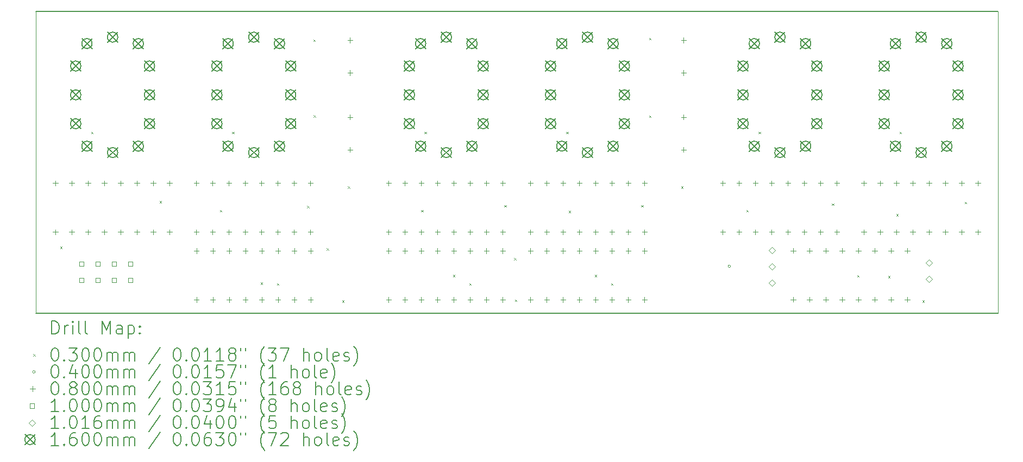
<source format=gbr>
%TF.GenerationSoftware,KiCad,Pcbnew,7.0.5*%
%TF.CreationDate,2023-09-06T13:33:30-04:00*%
%TF.ProjectId,untitled,756e7469-746c-4656-942e-6b696361645f,rev?*%
%TF.SameCoordinates,Original*%
%TF.FileFunction,Drillmap*%
%TF.FilePolarity,Positive*%
%FSLAX45Y45*%
G04 Gerber Fmt 4.5, Leading zero omitted, Abs format (unit mm)*
G04 Created by KiCad (PCBNEW 7.0.5) date 2023-09-06 13:33:30*
%MOMM*%
%LPD*%
G01*
G04 APERTURE LIST*
%ADD10C,0.050000*%
%ADD11C,0.152400*%
%ADD12C,0.200000*%
%ADD13C,0.030000*%
%ADD14C,0.040000*%
%ADD15C,0.080000*%
%ADD16C,0.100000*%
%ADD17C,0.101600*%
%ADD18C,0.160000*%
G04 APERTURE END LIST*
D10*
X7350110Y-7000360D02*
X7350110Y-11709400D01*
D11*
X7350110Y-11709400D02*
X22350110Y-11709400D01*
D10*
X22350110Y-7000360D02*
X22350110Y-11709400D01*
D11*
X22350110Y-7000360D02*
X7350110Y-7000360D01*
D12*
D13*
X7732000Y-10665700D02*
X7762000Y-10695700D01*
X7762000Y-10665700D02*
X7732000Y-10695700D01*
X8214600Y-8875000D02*
X8244600Y-8905000D01*
X8244600Y-8875000D02*
X8214600Y-8905000D01*
X9281400Y-9954500D02*
X9311400Y-9984500D01*
X9311400Y-9954500D02*
X9281400Y-9984500D01*
X10221200Y-10094200D02*
X10251200Y-10124200D01*
X10251200Y-10094200D02*
X10221200Y-10124200D01*
X10411700Y-8875000D02*
X10441700Y-8905000D01*
X10441700Y-8875000D02*
X10411700Y-8905000D01*
X10856200Y-11224500D02*
X10886200Y-11254500D01*
X10886200Y-11224500D02*
X10856200Y-11254500D01*
X11110200Y-11237200D02*
X11140200Y-11267200D01*
X11140200Y-11237200D02*
X11110200Y-11267200D01*
X11580100Y-10030700D02*
X11610100Y-10060700D01*
X11610100Y-10030700D02*
X11580100Y-10060700D01*
X11678500Y-7436700D02*
X11708500Y-7466700D01*
X11708500Y-7436700D02*
X11678500Y-7466700D01*
X11680030Y-8619669D02*
X11710030Y-8649669D01*
X11710030Y-8619669D02*
X11680030Y-8649669D01*
X11884900Y-10691100D02*
X11914900Y-10721100D01*
X11914900Y-10691100D02*
X11884900Y-10721100D01*
X12126200Y-11503900D02*
X12156200Y-11533900D01*
X12156200Y-11503900D02*
X12126200Y-11533900D01*
X12215100Y-9725900D02*
X12245100Y-9755900D01*
X12245100Y-9725900D02*
X12215100Y-9755900D01*
X13358100Y-10094200D02*
X13388100Y-10124200D01*
X13388100Y-10094200D02*
X13358100Y-10124200D01*
X13408900Y-8875000D02*
X13438900Y-8905000D01*
X13438900Y-8875000D02*
X13408900Y-8905000D01*
X13853400Y-11107300D02*
X13883400Y-11137300D01*
X13883400Y-11107300D02*
X13853400Y-11137300D01*
X14107400Y-11237200D02*
X14137400Y-11267200D01*
X14137400Y-11237200D02*
X14107400Y-11267200D01*
X14653500Y-10018000D02*
X14683500Y-10048000D01*
X14683500Y-10018000D02*
X14653500Y-10048000D01*
X14805900Y-10842850D02*
X14835900Y-10872850D01*
X14835900Y-10842850D02*
X14805900Y-10872850D01*
X14818600Y-11491200D02*
X14848600Y-11521200D01*
X14848600Y-11491200D02*
X14818600Y-11521200D01*
X15618700Y-8875000D02*
X15648700Y-8905000D01*
X15648700Y-8875000D02*
X15618700Y-8905000D01*
X15656800Y-10106900D02*
X15686800Y-10136900D01*
X15686800Y-10106900D02*
X15656800Y-10136900D01*
X16063200Y-11107300D02*
X16093200Y-11137300D01*
X16093200Y-11107300D02*
X16063200Y-11137300D01*
X16317200Y-11237200D02*
X16347200Y-11267200D01*
X16347200Y-11237200D02*
X16317200Y-11267200D01*
X16787100Y-10018000D02*
X16817100Y-10048000D01*
X16817100Y-10018000D02*
X16787100Y-10048000D01*
X16910900Y-7411300D02*
X16940900Y-7441300D01*
X16940900Y-7411300D02*
X16910900Y-7441300D01*
X16910900Y-8621000D02*
X16940900Y-8651000D01*
X16940900Y-8621000D02*
X16910900Y-8651000D01*
X17409400Y-9725900D02*
X17439400Y-9755900D01*
X17439400Y-9725900D02*
X17409400Y-9755900D01*
X18425400Y-10094200D02*
X18455400Y-10124200D01*
X18455400Y-10094200D02*
X18425400Y-10124200D01*
X18615900Y-8875000D02*
X18645900Y-8905000D01*
X18645900Y-8875000D02*
X18615900Y-8905000D01*
X19758900Y-9992600D02*
X19788900Y-10022600D01*
X19788900Y-9992600D02*
X19758900Y-10022600D01*
X20152600Y-11110200D02*
X20182600Y-11140200D01*
X20182600Y-11110200D02*
X20152600Y-11140200D01*
X20635200Y-11122900D02*
X20665200Y-11152900D01*
X20665200Y-11122900D02*
X20635200Y-11152900D01*
X20762200Y-10157700D02*
X20792200Y-10187700D01*
X20792200Y-10157700D02*
X20762200Y-10187700D01*
X20813000Y-8875000D02*
X20843000Y-8905000D01*
X20843000Y-8875000D02*
X20813000Y-8905000D01*
X21168600Y-11503900D02*
X21198600Y-11533900D01*
X21198600Y-11503900D02*
X21168600Y-11533900D01*
X21829000Y-9967200D02*
X21859000Y-9997200D01*
X21859000Y-9967200D02*
X21829000Y-9997200D01*
D14*
X18181000Y-10972800D02*
G75*
G03*
X18181000Y-10972800I-20000J0D01*
G01*
D15*
X7659600Y-9636400D02*
X7659600Y-9716400D01*
X7619600Y-9676400D02*
X7699600Y-9676400D01*
X7659600Y-10398400D02*
X7659600Y-10478400D01*
X7619600Y-10438400D02*
X7699600Y-10438400D01*
X7913600Y-9636400D02*
X7913600Y-9716400D01*
X7873600Y-9676400D02*
X7953600Y-9676400D01*
X7913600Y-10398400D02*
X7913600Y-10478400D01*
X7873600Y-10438400D02*
X7953600Y-10438400D01*
X8167600Y-9636400D02*
X8167600Y-9716400D01*
X8127600Y-9676400D02*
X8207600Y-9676400D01*
X8167600Y-10398400D02*
X8167600Y-10478400D01*
X8127600Y-10438400D02*
X8207600Y-10438400D01*
X8421600Y-9636400D02*
X8421600Y-9716400D01*
X8381600Y-9676400D02*
X8461600Y-9676400D01*
X8421600Y-10398400D02*
X8421600Y-10478400D01*
X8381600Y-10438400D02*
X8461600Y-10438400D01*
X8675600Y-9636400D02*
X8675600Y-9716400D01*
X8635600Y-9676400D02*
X8715600Y-9676400D01*
X8675600Y-10398400D02*
X8675600Y-10478400D01*
X8635600Y-10438400D02*
X8715600Y-10438400D01*
X8929600Y-9636400D02*
X8929600Y-9716400D01*
X8889600Y-9676400D02*
X8969600Y-9676400D01*
X8929600Y-10398400D02*
X8929600Y-10478400D01*
X8889600Y-10438400D02*
X8969600Y-10438400D01*
X9183600Y-9636400D02*
X9183600Y-9716400D01*
X9143600Y-9676400D02*
X9223600Y-9676400D01*
X9183600Y-10398400D02*
X9183600Y-10478400D01*
X9143600Y-10438400D02*
X9223600Y-10438400D01*
X9437600Y-9636400D02*
X9437600Y-9716400D01*
X9397600Y-9676400D02*
X9477600Y-9676400D01*
X9437600Y-10398400D02*
X9437600Y-10478400D01*
X9397600Y-10438400D02*
X9477600Y-10438400D01*
X9855200Y-9637400D02*
X9855200Y-9717400D01*
X9815200Y-9677400D02*
X9895200Y-9677400D01*
X9855200Y-10399400D02*
X9855200Y-10479400D01*
X9815200Y-10439400D02*
X9895200Y-10439400D01*
X9856700Y-10691500D02*
X9856700Y-10771500D01*
X9816700Y-10731500D02*
X9896700Y-10731500D01*
X9856700Y-11453500D02*
X9856700Y-11533500D01*
X9816700Y-11493500D02*
X9896700Y-11493500D01*
X10109200Y-9637400D02*
X10109200Y-9717400D01*
X10069200Y-9677400D02*
X10149200Y-9677400D01*
X10109200Y-10399400D02*
X10109200Y-10479400D01*
X10069200Y-10439400D02*
X10149200Y-10439400D01*
X10110700Y-10691500D02*
X10110700Y-10771500D01*
X10070700Y-10731500D02*
X10150700Y-10731500D01*
X10110700Y-11453500D02*
X10110700Y-11533500D01*
X10070700Y-11493500D02*
X10150700Y-11493500D01*
X10363200Y-9637400D02*
X10363200Y-9717400D01*
X10323200Y-9677400D02*
X10403200Y-9677400D01*
X10363200Y-10399400D02*
X10363200Y-10479400D01*
X10323200Y-10439400D02*
X10403200Y-10439400D01*
X10364700Y-10691500D02*
X10364700Y-10771500D01*
X10324700Y-10731500D02*
X10404700Y-10731500D01*
X10364700Y-11453500D02*
X10364700Y-11533500D01*
X10324700Y-11493500D02*
X10404700Y-11493500D01*
X10617200Y-9637400D02*
X10617200Y-9717400D01*
X10577200Y-9677400D02*
X10657200Y-9677400D01*
X10617200Y-10399400D02*
X10617200Y-10479400D01*
X10577200Y-10439400D02*
X10657200Y-10439400D01*
X10618700Y-10691500D02*
X10618700Y-10771500D01*
X10578700Y-10731500D02*
X10658700Y-10731500D01*
X10618700Y-11453500D02*
X10618700Y-11533500D01*
X10578700Y-11493500D02*
X10658700Y-11493500D01*
X10871200Y-9637400D02*
X10871200Y-9717400D01*
X10831200Y-9677400D02*
X10911200Y-9677400D01*
X10871200Y-10399400D02*
X10871200Y-10479400D01*
X10831200Y-10439400D02*
X10911200Y-10439400D01*
X10872700Y-10691500D02*
X10872700Y-10771500D01*
X10832700Y-10731500D02*
X10912700Y-10731500D01*
X10872700Y-11453500D02*
X10872700Y-11533500D01*
X10832700Y-11493500D02*
X10912700Y-11493500D01*
X11125200Y-9637400D02*
X11125200Y-9717400D01*
X11085200Y-9677400D02*
X11165200Y-9677400D01*
X11125200Y-10399400D02*
X11125200Y-10479400D01*
X11085200Y-10439400D02*
X11165200Y-10439400D01*
X11126700Y-10691500D02*
X11126700Y-10771500D01*
X11086700Y-10731500D02*
X11166700Y-10731500D01*
X11126700Y-11453500D02*
X11126700Y-11533500D01*
X11086700Y-11493500D02*
X11166700Y-11493500D01*
X11379200Y-9637400D02*
X11379200Y-9717400D01*
X11339200Y-9677400D02*
X11419200Y-9677400D01*
X11379200Y-10399400D02*
X11379200Y-10479400D01*
X11339200Y-10439400D02*
X11419200Y-10439400D01*
X11380700Y-10691500D02*
X11380700Y-10771500D01*
X11340700Y-10731500D02*
X11420700Y-10731500D01*
X11380700Y-11453500D02*
X11380700Y-11533500D01*
X11340700Y-11493500D02*
X11420700Y-11493500D01*
X11633200Y-9637400D02*
X11633200Y-9717400D01*
X11593200Y-9677400D02*
X11673200Y-9677400D01*
X11633200Y-10399400D02*
X11633200Y-10479400D01*
X11593200Y-10439400D02*
X11673200Y-10439400D01*
X11634700Y-10691500D02*
X11634700Y-10771500D01*
X11594700Y-10731500D02*
X11674700Y-10731500D01*
X11634700Y-11453500D02*
X11634700Y-11533500D01*
X11594700Y-11493500D02*
X11674700Y-11493500D01*
X12250110Y-7406360D02*
X12250110Y-7486360D01*
X12210110Y-7446360D02*
X12290110Y-7446360D01*
X12250110Y-7914360D02*
X12250110Y-7994360D01*
X12210110Y-7954360D02*
X12290110Y-7954360D01*
X12250110Y-8606360D02*
X12250110Y-8686360D01*
X12210110Y-8646360D02*
X12290110Y-8646360D01*
X12250110Y-9114360D02*
X12250110Y-9194360D01*
X12210110Y-9154360D02*
X12290110Y-9154360D01*
X12852400Y-9637400D02*
X12852400Y-9717400D01*
X12812400Y-9677400D02*
X12892400Y-9677400D01*
X12852400Y-10399400D02*
X12852400Y-10479400D01*
X12812400Y-10439400D02*
X12892400Y-10439400D01*
X12852400Y-10691500D02*
X12852400Y-10771500D01*
X12812400Y-10731500D02*
X12892400Y-10731500D01*
X12852400Y-11453500D02*
X12852400Y-11533500D01*
X12812400Y-11493500D02*
X12892400Y-11493500D01*
X13106400Y-9637400D02*
X13106400Y-9717400D01*
X13066400Y-9677400D02*
X13146400Y-9677400D01*
X13106400Y-10399400D02*
X13106400Y-10479400D01*
X13066400Y-10439400D02*
X13146400Y-10439400D01*
X13106400Y-10691500D02*
X13106400Y-10771500D01*
X13066400Y-10731500D02*
X13146400Y-10731500D01*
X13106400Y-11453500D02*
X13106400Y-11533500D01*
X13066400Y-11493500D02*
X13146400Y-11493500D01*
X13360400Y-9637400D02*
X13360400Y-9717400D01*
X13320400Y-9677400D02*
X13400400Y-9677400D01*
X13360400Y-10399400D02*
X13360400Y-10479400D01*
X13320400Y-10439400D02*
X13400400Y-10439400D01*
X13360400Y-10691500D02*
X13360400Y-10771500D01*
X13320400Y-10731500D02*
X13400400Y-10731500D01*
X13360400Y-11453500D02*
X13360400Y-11533500D01*
X13320400Y-11493500D02*
X13400400Y-11493500D01*
X13614400Y-9637400D02*
X13614400Y-9717400D01*
X13574400Y-9677400D02*
X13654400Y-9677400D01*
X13614400Y-10399400D02*
X13614400Y-10479400D01*
X13574400Y-10439400D02*
X13654400Y-10439400D01*
X13614400Y-10691500D02*
X13614400Y-10771500D01*
X13574400Y-10731500D02*
X13654400Y-10731500D01*
X13614400Y-11453500D02*
X13614400Y-11533500D01*
X13574400Y-11493500D02*
X13654400Y-11493500D01*
X13868400Y-9637400D02*
X13868400Y-9717400D01*
X13828400Y-9677400D02*
X13908400Y-9677400D01*
X13868400Y-10399400D02*
X13868400Y-10479400D01*
X13828400Y-10439400D02*
X13908400Y-10439400D01*
X13868400Y-10691500D02*
X13868400Y-10771500D01*
X13828400Y-10731500D02*
X13908400Y-10731500D01*
X13868400Y-11453500D02*
X13868400Y-11533500D01*
X13828400Y-11493500D02*
X13908400Y-11493500D01*
X14122400Y-9637400D02*
X14122400Y-9717400D01*
X14082400Y-9677400D02*
X14162400Y-9677400D01*
X14122400Y-10399400D02*
X14122400Y-10479400D01*
X14082400Y-10439400D02*
X14162400Y-10439400D01*
X14122400Y-10691500D02*
X14122400Y-10771500D01*
X14082400Y-10731500D02*
X14162400Y-10731500D01*
X14122400Y-11453500D02*
X14122400Y-11533500D01*
X14082400Y-11493500D02*
X14162400Y-11493500D01*
X14376400Y-9637400D02*
X14376400Y-9717400D01*
X14336400Y-9677400D02*
X14416400Y-9677400D01*
X14376400Y-10399400D02*
X14376400Y-10479400D01*
X14336400Y-10439400D02*
X14416400Y-10439400D01*
X14376400Y-10691500D02*
X14376400Y-10771500D01*
X14336400Y-10731500D02*
X14416400Y-10731500D01*
X14376400Y-11453500D02*
X14376400Y-11533500D01*
X14336400Y-11493500D02*
X14416400Y-11493500D01*
X14630400Y-9637400D02*
X14630400Y-9717400D01*
X14590400Y-9677400D02*
X14670400Y-9677400D01*
X14630400Y-10399400D02*
X14630400Y-10479400D01*
X14590400Y-10439400D02*
X14670400Y-10439400D01*
X14630400Y-10691500D02*
X14630400Y-10771500D01*
X14590400Y-10731500D02*
X14670400Y-10731500D01*
X14630400Y-11453500D02*
X14630400Y-11533500D01*
X14590400Y-11493500D02*
X14670400Y-11493500D01*
X15062200Y-9637400D02*
X15062200Y-9717400D01*
X15022200Y-9677400D02*
X15102200Y-9677400D01*
X15062200Y-10399400D02*
X15062200Y-10479400D01*
X15022200Y-10439400D02*
X15102200Y-10439400D01*
X15062200Y-10691500D02*
X15062200Y-10771500D01*
X15022200Y-10731500D02*
X15102200Y-10731500D01*
X15062200Y-11453500D02*
X15062200Y-11533500D01*
X15022200Y-11493500D02*
X15102200Y-11493500D01*
X15316200Y-9637400D02*
X15316200Y-9717400D01*
X15276200Y-9677400D02*
X15356200Y-9677400D01*
X15316200Y-10399400D02*
X15316200Y-10479400D01*
X15276200Y-10439400D02*
X15356200Y-10439400D01*
X15316200Y-10691500D02*
X15316200Y-10771500D01*
X15276200Y-10731500D02*
X15356200Y-10731500D01*
X15316200Y-11453500D02*
X15316200Y-11533500D01*
X15276200Y-11493500D02*
X15356200Y-11493500D01*
X15570200Y-9637400D02*
X15570200Y-9717400D01*
X15530200Y-9677400D02*
X15610200Y-9677400D01*
X15570200Y-10399400D02*
X15570200Y-10479400D01*
X15530200Y-10439400D02*
X15610200Y-10439400D01*
X15570200Y-10691500D02*
X15570200Y-10771500D01*
X15530200Y-10731500D02*
X15610200Y-10731500D01*
X15570200Y-11453500D02*
X15570200Y-11533500D01*
X15530200Y-11493500D02*
X15610200Y-11493500D01*
X15824200Y-9637400D02*
X15824200Y-9717400D01*
X15784200Y-9677400D02*
X15864200Y-9677400D01*
X15824200Y-10399400D02*
X15824200Y-10479400D01*
X15784200Y-10439400D02*
X15864200Y-10439400D01*
X15824200Y-10691500D02*
X15824200Y-10771500D01*
X15784200Y-10731500D02*
X15864200Y-10731500D01*
X15824200Y-11453500D02*
X15824200Y-11533500D01*
X15784200Y-11493500D02*
X15864200Y-11493500D01*
X16078200Y-9637400D02*
X16078200Y-9717400D01*
X16038200Y-9677400D02*
X16118200Y-9677400D01*
X16078200Y-10399400D02*
X16078200Y-10479400D01*
X16038200Y-10439400D02*
X16118200Y-10439400D01*
X16078200Y-10691500D02*
X16078200Y-10771500D01*
X16038200Y-10731500D02*
X16118200Y-10731500D01*
X16078200Y-11453500D02*
X16078200Y-11533500D01*
X16038200Y-11493500D02*
X16118200Y-11493500D01*
X16332200Y-9637400D02*
X16332200Y-9717400D01*
X16292200Y-9677400D02*
X16372200Y-9677400D01*
X16332200Y-10399400D02*
X16332200Y-10479400D01*
X16292200Y-10439400D02*
X16372200Y-10439400D01*
X16332200Y-10691500D02*
X16332200Y-10771500D01*
X16292200Y-10731500D02*
X16372200Y-10731500D01*
X16332200Y-11453500D02*
X16332200Y-11533500D01*
X16292200Y-11493500D02*
X16372200Y-11493500D01*
X16586200Y-9637400D02*
X16586200Y-9717400D01*
X16546200Y-9677400D02*
X16626200Y-9677400D01*
X16586200Y-10399400D02*
X16586200Y-10479400D01*
X16546200Y-10439400D02*
X16626200Y-10439400D01*
X16586200Y-10691500D02*
X16586200Y-10771500D01*
X16546200Y-10731500D02*
X16626200Y-10731500D01*
X16586200Y-11453500D02*
X16586200Y-11533500D01*
X16546200Y-11493500D02*
X16626200Y-11493500D01*
X16840200Y-9637400D02*
X16840200Y-9717400D01*
X16800200Y-9677400D02*
X16880200Y-9677400D01*
X16840200Y-10399400D02*
X16840200Y-10479400D01*
X16800200Y-10439400D02*
X16880200Y-10439400D01*
X16840200Y-10691500D02*
X16840200Y-10771500D01*
X16800200Y-10731500D02*
X16880200Y-10731500D01*
X16840200Y-11453500D02*
X16840200Y-11533500D01*
X16800200Y-11493500D02*
X16880200Y-11493500D01*
X17450110Y-7406360D02*
X17450110Y-7486360D01*
X17410110Y-7446360D02*
X17490110Y-7446360D01*
X17450110Y-7914360D02*
X17450110Y-7994360D01*
X17410110Y-7954360D02*
X17490110Y-7954360D01*
X17450110Y-8606360D02*
X17450110Y-8686360D01*
X17410110Y-8646360D02*
X17490110Y-8646360D01*
X17450110Y-9114360D02*
X17450110Y-9194360D01*
X17410110Y-9154360D02*
X17490110Y-9154360D01*
X18059400Y-9637400D02*
X18059400Y-9717400D01*
X18019400Y-9677400D02*
X18099400Y-9677400D01*
X18059400Y-10399400D02*
X18059400Y-10479400D01*
X18019400Y-10439400D02*
X18099400Y-10439400D01*
X18313400Y-9637400D02*
X18313400Y-9717400D01*
X18273400Y-9677400D02*
X18353400Y-9677400D01*
X18313400Y-10399400D02*
X18313400Y-10479400D01*
X18273400Y-10439400D02*
X18353400Y-10439400D01*
X18567400Y-9637400D02*
X18567400Y-9717400D01*
X18527400Y-9677400D02*
X18607400Y-9677400D01*
X18567400Y-10399400D02*
X18567400Y-10479400D01*
X18527400Y-10439400D02*
X18607400Y-10439400D01*
X18821400Y-9637400D02*
X18821400Y-9717400D01*
X18781400Y-9677400D02*
X18861400Y-9677400D01*
X18821400Y-10399400D02*
X18821400Y-10479400D01*
X18781400Y-10439400D02*
X18861400Y-10439400D01*
X19075400Y-9637400D02*
X19075400Y-9717400D01*
X19035400Y-9677400D02*
X19115400Y-9677400D01*
X19075400Y-10399400D02*
X19075400Y-10479400D01*
X19035400Y-10439400D02*
X19115400Y-10439400D01*
X19156680Y-10688960D02*
X19156680Y-10768960D01*
X19116680Y-10728960D02*
X19196680Y-10728960D01*
X19156680Y-11450960D02*
X19156680Y-11530960D01*
X19116680Y-11490960D02*
X19196680Y-11490960D01*
X19329400Y-9637400D02*
X19329400Y-9717400D01*
X19289400Y-9677400D02*
X19369400Y-9677400D01*
X19329400Y-10399400D02*
X19329400Y-10479400D01*
X19289400Y-10439400D02*
X19369400Y-10439400D01*
X19410680Y-10688960D02*
X19410680Y-10768960D01*
X19370680Y-10728960D02*
X19450680Y-10728960D01*
X19410680Y-11450960D02*
X19410680Y-11530960D01*
X19370680Y-11490960D02*
X19450680Y-11490960D01*
X19583400Y-9637400D02*
X19583400Y-9717400D01*
X19543400Y-9677400D02*
X19623400Y-9677400D01*
X19583400Y-10399400D02*
X19583400Y-10479400D01*
X19543400Y-10439400D02*
X19623400Y-10439400D01*
X19664680Y-10688960D02*
X19664680Y-10768960D01*
X19624680Y-10728960D02*
X19704680Y-10728960D01*
X19664680Y-11450960D02*
X19664680Y-11530960D01*
X19624680Y-11490960D02*
X19704680Y-11490960D01*
X19837400Y-9637400D02*
X19837400Y-9717400D01*
X19797400Y-9677400D02*
X19877400Y-9677400D01*
X19837400Y-10399400D02*
X19837400Y-10479400D01*
X19797400Y-10439400D02*
X19877400Y-10439400D01*
X19918680Y-10688960D02*
X19918680Y-10768960D01*
X19878680Y-10728960D02*
X19958680Y-10728960D01*
X19918680Y-11450960D02*
X19918680Y-11530960D01*
X19878680Y-11490960D02*
X19958680Y-11490960D01*
X20172680Y-10688960D02*
X20172680Y-10768960D01*
X20132680Y-10728960D02*
X20212680Y-10728960D01*
X20172680Y-11450960D02*
X20172680Y-11530960D01*
X20132680Y-11490960D02*
X20212680Y-11490960D01*
X20256500Y-9637400D02*
X20256500Y-9717400D01*
X20216500Y-9677400D02*
X20296500Y-9677400D01*
X20256500Y-10399400D02*
X20256500Y-10479400D01*
X20216500Y-10439400D02*
X20296500Y-10439400D01*
X20426680Y-10688960D02*
X20426680Y-10768960D01*
X20386680Y-10728960D02*
X20466680Y-10728960D01*
X20426680Y-11450960D02*
X20426680Y-11530960D01*
X20386680Y-11490960D02*
X20466680Y-11490960D01*
X20510500Y-9637400D02*
X20510500Y-9717400D01*
X20470500Y-9677400D02*
X20550500Y-9677400D01*
X20510500Y-10399400D02*
X20510500Y-10479400D01*
X20470500Y-10439400D02*
X20550500Y-10439400D01*
X20680680Y-10688960D02*
X20680680Y-10768960D01*
X20640680Y-10728960D02*
X20720680Y-10728960D01*
X20680680Y-11450960D02*
X20680680Y-11530960D01*
X20640680Y-11490960D02*
X20720680Y-11490960D01*
X20764500Y-9637400D02*
X20764500Y-9717400D01*
X20724500Y-9677400D02*
X20804500Y-9677400D01*
X20764500Y-10399400D02*
X20764500Y-10479400D01*
X20724500Y-10439400D02*
X20804500Y-10439400D01*
X20934680Y-10688960D02*
X20934680Y-10768960D01*
X20894680Y-10728960D02*
X20974680Y-10728960D01*
X20934680Y-11450960D02*
X20934680Y-11530960D01*
X20894680Y-11490960D02*
X20974680Y-11490960D01*
X21018500Y-9637400D02*
X21018500Y-9717400D01*
X20978500Y-9677400D02*
X21058500Y-9677400D01*
X21018500Y-10399400D02*
X21018500Y-10479400D01*
X20978500Y-10439400D02*
X21058500Y-10439400D01*
X21272500Y-9637400D02*
X21272500Y-9717400D01*
X21232500Y-9677400D02*
X21312500Y-9677400D01*
X21272500Y-10399400D02*
X21272500Y-10479400D01*
X21232500Y-10439400D02*
X21312500Y-10439400D01*
X21526500Y-9637400D02*
X21526500Y-9717400D01*
X21486500Y-9677400D02*
X21566500Y-9677400D01*
X21526500Y-10399400D02*
X21526500Y-10479400D01*
X21486500Y-10439400D02*
X21566500Y-10439400D01*
X21780500Y-9637400D02*
X21780500Y-9717400D01*
X21740500Y-9677400D02*
X21820500Y-9677400D01*
X21780500Y-10399400D02*
X21780500Y-10479400D01*
X21740500Y-10439400D02*
X21820500Y-10439400D01*
X22034500Y-9637400D02*
X22034500Y-9717400D01*
X21994500Y-9677400D02*
X22074500Y-9677400D01*
X22034500Y-10399400D02*
X22034500Y-10479400D01*
X21994500Y-10439400D02*
X22074500Y-10439400D01*
D16*
X8099856Y-10970056D02*
X8099856Y-10899344D01*
X8029144Y-10899344D01*
X8029144Y-10970056D01*
X8099856Y-10970056D01*
X8099856Y-11224056D02*
X8099856Y-11153344D01*
X8029144Y-11153344D01*
X8029144Y-11224056D01*
X8099856Y-11224056D01*
X8353856Y-10970056D02*
X8353856Y-10899344D01*
X8283144Y-10899344D01*
X8283144Y-10970056D01*
X8353856Y-10970056D01*
X8353856Y-11224056D02*
X8353856Y-11153344D01*
X8283144Y-11153344D01*
X8283144Y-11224056D01*
X8353856Y-11224056D01*
X8607856Y-10970056D02*
X8607856Y-10899344D01*
X8537144Y-10899344D01*
X8537144Y-10970056D01*
X8607856Y-10970056D01*
X8607856Y-11224056D02*
X8607856Y-11153344D01*
X8537144Y-11153344D01*
X8537144Y-11224056D01*
X8607856Y-11224056D01*
X8861856Y-10970056D02*
X8861856Y-10899344D01*
X8791144Y-10899344D01*
X8791144Y-10970056D01*
X8861856Y-10970056D01*
X8861856Y-11224056D02*
X8861856Y-11153344D01*
X8791144Y-11153344D01*
X8791144Y-11224056D01*
X8861856Y-11224056D01*
D17*
X18822500Y-10773800D02*
X18873300Y-10723000D01*
X18822500Y-10672200D01*
X18771700Y-10723000D01*
X18822500Y-10773800D01*
X18822500Y-11027800D02*
X18873300Y-10977000D01*
X18822500Y-10926200D01*
X18771700Y-10977000D01*
X18822500Y-11027800D01*
X18822500Y-11281800D02*
X18873300Y-11231000D01*
X18822500Y-11180200D01*
X18771700Y-11231000D01*
X18822500Y-11281800D01*
X21272500Y-10972800D02*
X21323300Y-10922000D01*
X21272500Y-10871200D01*
X21221700Y-10922000D01*
X21272500Y-10972800D01*
X21272500Y-11226800D02*
X21323300Y-11176000D01*
X21272500Y-11125200D01*
X21221700Y-11176000D01*
X21272500Y-11226800D01*
D18*
X7895110Y-7770360D02*
X8055110Y-7930360D01*
X8055110Y-7770360D02*
X7895110Y-7930360D01*
X8055110Y-7850360D02*
G75*
G03*
X8055110Y-7850360I-80000J0D01*
G01*
X7895110Y-8220360D02*
X8055110Y-8380360D01*
X8055110Y-8220360D02*
X7895110Y-8380360D01*
X8055110Y-8300360D02*
G75*
G03*
X8055110Y-8300360I-80000J0D01*
G01*
X7895110Y-8670360D02*
X8055110Y-8830360D01*
X8055110Y-8670360D02*
X7895110Y-8830360D01*
X8055110Y-8750360D02*
G75*
G03*
X8055110Y-8750360I-80000J0D01*
G01*
X8070110Y-7420360D02*
X8230110Y-7580360D01*
X8230110Y-7420360D02*
X8070110Y-7580360D01*
X8230110Y-7500360D02*
G75*
G03*
X8230110Y-7500360I-80000J0D01*
G01*
X8070110Y-9020360D02*
X8230110Y-9180360D01*
X8230110Y-9020360D02*
X8070110Y-9180360D01*
X8230110Y-9100360D02*
G75*
G03*
X8230110Y-9100360I-80000J0D01*
G01*
X8470110Y-7320360D02*
X8630110Y-7480360D01*
X8630110Y-7320360D02*
X8470110Y-7480360D01*
X8630110Y-7400360D02*
G75*
G03*
X8630110Y-7400360I-80000J0D01*
G01*
X8470110Y-9120360D02*
X8630110Y-9280360D01*
X8630110Y-9120360D02*
X8470110Y-9280360D01*
X8630110Y-9200360D02*
G75*
G03*
X8630110Y-9200360I-80000J0D01*
G01*
X8870110Y-7420360D02*
X9030110Y-7580360D01*
X9030110Y-7420360D02*
X8870110Y-7580360D01*
X9030110Y-7500360D02*
G75*
G03*
X9030110Y-7500360I-80000J0D01*
G01*
X8870110Y-9020360D02*
X9030110Y-9180360D01*
X9030110Y-9020360D02*
X8870110Y-9180360D01*
X9030110Y-9100360D02*
G75*
G03*
X9030110Y-9100360I-80000J0D01*
G01*
X9045110Y-7770360D02*
X9205110Y-7930360D01*
X9205110Y-7770360D02*
X9045110Y-7930360D01*
X9205110Y-7850360D02*
G75*
G03*
X9205110Y-7850360I-80000J0D01*
G01*
X9045110Y-8220360D02*
X9205110Y-8380360D01*
X9205110Y-8220360D02*
X9045110Y-8380360D01*
X9205110Y-8300360D02*
G75*
G03*
X9205110Y-8300360I-80000J0D01*
G01*
X9045110Y-8670360D02*
X9205110Y-8830360D01*
X9205110Y-8670360D02*
X9045110Y-8830360D01*
X9205110Y-8750360D02*
G75*
G03*
X9205110Y-8750360I-80000J0D01*
G01*
X10095110Y-7770360D02*
X10255110Y-7930360D01*
X10255110Y-7770360D02*
X10095110Y-7930360D01*
X10255110Y-7850360D02*
G75*
G03*
X10255110Y-7850360I-80000J0D01*
G01*
X10095110Y-8220360D02*
X10255110Y-8380360D01*
X10255110Y-8220360D02*
X10095110Y-8380360D01*
X10255110Y-8300360D02*
G75*
G03*
X10255110Y-8300360I-80000J0D01*
G01*
X10095110Y-8670360D02*
X10255110Y-8830360D01*
X10255110Y-8670360D02*
X10095110Y-8830360D01*
X10255110Y-8750360D02*
G75*
G03*
X10255110Y-8750360I-80000J0D01*
G01*
X10270110Y-7420360D02*
X10430110Y-7580360D01*
X10430110Y-7420360D02*
X10270110Y-7580360D01*
X10430110Y-7500360D02*
G75*
G03*
X10430110Y-7500360I-80000J0D01*
G01*
X10270110Y-9020360D02*
X10430110Y-9180360D01*
X10430110Y-9020360D02*
X10270110Y-9180360D01*
X10430110Y-9100360D02*
G75*
G03*
X10430110Y-9100360I-80000J0D01*
G01*
X10670110Y-7320360D02*
X10830110Y-7480360D01*
X10830110Y-7320360D02*
X10670110Y-7480360D01*
X10830110Y-7400360D02*
G75*
G03*
X10830110Y-7400360I-80000J0D01*
G01*
X10670110Y-9120360D02*
X10830110Y-9280360D01*
X10830110Y-9120360D02*
X10670110Y-9280360D01*
X10830110Y-9200360D02*
G75*
G03*
X10830110Y-9200360I-80000J0D01*
G01*
X11070110Y-7420360D02*
X11230110Y-7580360D01*
X11230110Y-7420360D02*
X11070110Y-7580360D01*
X11230110Y-7500360D02*
G75*
G03*
X11230110Y-7500360I-80000J0D01*
G01*
X11070110Y-9020360D02*
X11230110Y-9180360D01*
X11230110Y-9020360D02*
X11070110Y-9180360D01*
X11230110Y-9100360D02*
G75*
G03*
X11230110Y-9100360I-80000J0D01*
G01*
X11245110Y-7770360D02*
X11405110Y-7930360D01*
X11405110Y-7770360D02*
X11245110Y-7930360D01*
X11405110Y-7850360D02*
G75*
G03*
X11405110Y-7850360I-80000J0D01*
G01*
X11245110Y-8220360D02*
X11405110Y-8380360D01*
X11405110Y-8220360D02*
X11245110Y-8380360D01*
X11405110Y-8300360D02*
G75*
G03*
X11405110Y-8300360I-80000J0D01*
G01*
X11245110Y-8670360D02*
X11405110Y-8830360D01*
X11405110Y-8670360D02*
X11245110Y-8830360D01*
X11405110Y-8750360D02*
G75*
G03*
X11405110Y-8750360I-80000J0D01*
G01*
X13095110Y-7770360D02*
X13255110Y-7930360D01*
X13255110Y-7770360D02*
X13095110Y-7930360D01*
X13255110Y-7850360D02*
G75*
G03*
X13255110Y-7850360I-80000J0D01*
G01*
X13095110Y-8220360D02*
X13255110Y-8380360D01*
X13255110Y-8220360D02*
X13095110Y-8380360D01*
X13255110Y-8300360D02*
G75*
G03*
X13255110Y-8300360I-80000J0D01*
G01*
X13095110Y-8670360D02*
X13255110Y-8830360D01*
X13255110Y-8670360D02*
X13095110Y-8830360D01*
X13255110Y-8750360D02*
G75*
G03*
X13255110Y-8750360I-80000J0D01*
G01*
X13270110Y-7420360D02*
X13430110Y-7580360D01*
X13430110Y-7420360D02*
X13270110Y-7580360D01*
X13430110Y-7500360D02*
G75*
G03*
X13430110Y-7500360I-80000J0D01*
G01*
X13270110Y-9020360D02*
X13430110Y-9180360D01*
X13430110Y-9020360D02*
X13270110Y-9180360D01*
X13430110Y-9100360D02*
G75*
G03*
X13430110Y-9100360I-80000J0D01*
G01*
X13670110Y-7320360D02*
X13830110Y-7480360D01*
X13830110Y-7320360D02*
X13670110Y-7480360D01*
X13830110Y-7400360D02*
G75*
G03*
X13830110Y-7400360I-80000J0D01*
G01*
X13670110Y-9120360D02*
X13830110Y-9280360D01*
X13830110Y-9120360D02*
X13670110Y-9280360D01*
X13830110Y-9200360D02*
G75*
G03*
X13830110Y-9200360I-80000J0D01*
G01*
X14070110Y-7420360D02*
X14230110Y-7580360D01*
X14230110Y-7420360D02*
X14070110Y-7580360D01*
X14230110Y-7500360D02*
G75*
G03*
X14230110Y-7500360I-80000J0D01*
G01*
X14070110Y-9020360D02*
X14230110Y-9180360D01*
X14230110Y-9020360D02*
X14070110Y-9180360D01*
X14230110Y-9100360D02*
G75*
G03*
X14230110Y-9100360I-80000J0D01*
G01*
X14245110Y-7770360D02*
X14405110Y-7930360D01*
X14405110Y-7770360D02*
X14245110Y-7930360D01*
X14405110Y-7850360D02*
G75*
G03*
X14405110Y-7850360I-80000J0D01*
G01*
X14245110Y-8220360D02*
X14405110Y-8380360D01*
X14405110Y-8220360D02*
X14245110Y-8380360D01*
X14405110Y-8300360D02*
G75*
G03*
X14405110Y-8300360I-80000J0D01*
G01*
X14245110Y-8670360D02*
X14405110Y-8830360D01*
X14405110Y-8670360D02*
X14245110Y-8830360D01*
X14405110Y-8750360D02*
G75*
G03*
X14405110Y-8750360I-80000J0D01*
G01*
X15295110Y-7770360D02*
X15455110Y-7930360D01*
X15455110Y-7770360D02*
X15295110Y-7930360D01*
X15455110Y-7850360D02*
G75*
G03*
X15455110Y-7850360I-80000J0D01*
G01*
X15295110Y-8220360D02*
X15455110Y-8380360D01*
X15455110Y-8220360D02*
X15295110Y-8380360D01*
X15455110Y-8300360D02*
G75*
G03*
X15455110Y-8300360I-80000J0D01*
G01*
X15295110Y-8670360D02*
X15455110Y-8830360D01*
X15455110Y-8670360D02*
X15295110Y-8830360D01*
X15455110Y-8750360D02*
G75*
G03*
X15455110Y-8750360I-80000J0D01*
G01*
X15470110Y-7420360D02*
X15630110Y-7580360D01*
X15630110Y-7420360D02*
X15470110Y-7580360D01*
X15630110Y-7500360D02*
G75*
G03*
X15630110Y-7500360I-80000J0D01*
G01*
X15470110Y-9020360D02*
X15630110Y-9180360D01*
X15630110Y-9020360D02*
X15470110Y-9180360D01*
X15630110Y-9100360D02*
G75*
G03*
X15630110Y-9100360I-80000J0D01*
G01*
X15870110Y-7320360D02*
X16030110Y-7480360D01*
X16030110Y-7320360D02*
X15870110Y-7480360D01*
X16030110Y-7400360D02*
G75*
G03*
X16030110Y-7400360I-80000J0D01*
G01*
X15870110Y-9120360D02*
X16030110Y-9280360D01*
X16030110Y-9120360D02*
X15870110Y-9280360D01*
X16030110Y-9200360D02*
G75*
G03*
X16030110Y-9200360I-80000J0D01*
G01*
X16270110Y-7420360D02*
X16430110Y-7580360D01*
X16430110Y-7420360D02*
X16270110Y-7580360D01*
X16430110Y-7500360D02*
G75*
G03*
X16430110Y-7500360I-80000J0D01*
G01*
X16270110Y-9020360D02*
X16430110Y-9180360D01*
X16430110Y-9020360D02*
X16270110Y-9180360D01*
X16430110Y-9100360D02*
G75*
G03*
X16430110Y-9100360I-80000J0D01*
G01*
X16445110Y-7770360D02*
X16605110Y-7930360D01*
X16605110Y-7770360D02*
X16445110Y-7930360D01*
X16605110Y-7850360D02*
G75*
G03*
X16605110Y-7850360I-80000J0D01*
G01*
X16445110Y-8220360D02*
X16605110Y-8380360D01*
X16605110Y-8220360D02*
X16445110Y-8380360D01*
X16605110Y-8300360D02*
G75*
G03*
X16605110Y-8300360I-80000J0D01*
G01*
X16445110Y-8670360D02*
X16605110Y-8830360D01*
X16605110Y-8670360D02*
X16445110Y-8830360D01*
X16605110Y-8750360D02*
G75*
G03*
X16605110Y-8750360I-80000J0D01*
G01*
X18295110Y-7770360D02*
X18455110Y-7930360D01*
X18455110Y-7770360D02*
X18295110Y-7930360D01*
X18455110Y-7850360D02*
G75*
G03*
X18455110Y-7850360I-80000J0D01*
G01*
X18295110Y-8220360D02*
X18455110Y-8380360D01*
X18455110Y-8220360D02*
X18295110Y-8380360D01*
X18455110Y-8300360D02*
G75*
G03*
X18455110Y-8300360I-80000J0D01*
G01*
X18295110Y-8670360D02*
X18455110Y-8830360D01*
X18455110Y-8670360D02*
X18295110Y-8830360D01*
X18455110Y-8750360D02*
G75*
G03*
X18455110Y-8750360I-80000J0D01*
G01*
X18470110Y-7420360D02*
X18630110Y-7580360D01*
X18630110Y-7420360D02*
X18470110Y-7580360D01*
X18630110Y-7500360D02*
G75*
G03*
X18630110Y-7500360I-80000J0D01*
G01*
X18470110Y-9020360D02*
X18630110Y-9180360D01*
X18630110Y-9020360D02*
X18470110Y-9180360D01*
X18630110Y-9100360D02*
G75*
G03*
X18630110Y-9100360I-80000J0D01*
G01*
X18870110Y-7320360D02*
X19030110Y-7480360D01*
X19030110Y-7320360D02*
X18870110Y-7480360D01*
X19030110Y-7400360D02*
G75*
G03*
X19030110Y-7400360I-80000J0D01*
G01*
X18870110Y-9120360D02*
X19030110Y-9280360D01*
X19030110Y-9120360D02*
X18870110Y-9280360D01*
X19030110Y-9200360D02*
G75*
G03*
X19030110Y-9200360I-80000J0D01*
G01*
X19270110Y-7420360D02*
X19430110Y-7580360D01*
X19430110Y-7420360D02*
X19270110Y-7580360D01*
X19430110Y-7500360D02*
G75*
G03*
X19430110Y-7500360I-80000J0D01*
G01*
X19270110Y-9020360D02*
X19430110Y-9180360D01*
X19430110Y-9020360D02*
X19270110Y-9180360D01*
X19430110Y-9100360D02*
G75*
G03*
X19430110Y-9100360I-80000J0D01*
G01*
X19445110Y-7770360D02*
X19605110Y-7930360D01*
X19605110Y-7770360D02*
X19445110Y-7930360D01*
X19605110Y-7850360D02*
G75*
G03*
X19605110Y-7850360I-80000J0D01*
G01*
X19445110Y-8220360D02*
X19605110Y-8380360D01*
X19605110Y-8220360D02*
X19445110Y-8380360D01*
X19605110Y-8300360D02*
G75*
G03*
X19605110Y-8300360I-80000J0D01*
G01*
X19445110Y-8670360D02*
X19605110Y-8830360D01*
X19605110Y-8670360D02*
X19445110Y-8830360D01*
X19605110Y-8750360D02*
G75*
G03*
X19605110Y-8750360I-80000J0D01*
G01*
X20495110Y-7770360D02*
X20655110Y-7930360D01*
X20655110Y-7770360D02*
X20495110Y-7930360D01*
X20655110Y-7850360D02*
G75*
G03*
X20655110Y-7850360I-80000J0D01*
G01*
X20495110Y-8220360D02*
X20655110Y-8380360D01*
X20655110Y-8220360D02*
X20495110Y-8380360D01*
X20655110Y-8300360D02*
G75*
G03*
X20655110Y-8300360I-80000J0D01*
G01*
X20495110Y-8670360D02*
X20655110Y-8830360D01*
X20655110Y-8670360D02*
X20495110Y-8830360D01*
X20655110Y-8750360D02*
G75*
G03*
X20655110Y-8750360I-80000J0D01*
G01*
X20670110Y-7420360D02*
X20830110Y-7580360D01*
X20830110Y-7420360D02*
X20670110Y-7580360D01*
X20830110Y-7500360D02*
G75*
G03*
X20830110Y-7500360I-80000J0D01*
G01*
X20670110Y-9020360D02*
X20830110Y-9180360D01*
X20830110Y-9020360D02*
X20670110Y-9180360D01*
X20830110Y-9100360D02*
G75*
G03*
X20830110Y-9100360I-80000J0D01*
G01*
X21070110Y-7320360D02*
X21230110Y-7480360D01*
X21230110Y-7320360D02*
X21070110Y-7480360D01*
X21230110Y-7400360D02*
G75*
G03*
X21230110Y-7400360I-80000J0D01*
G01*
X21070110Y-9120360D02*
X21230110Y-9280360D01*
X21230110Y-9120360D02*
X21070110Y-9280360D01*
X21230110Y-9200360D02*
G75*
G03*
X21230110Y-9200360I-80000J0D01*
G01*
X21470110Y-7420360D02*
X21630110Y-7580360D01*
X21630110Y-7420360D02*
X21470110Y-7580360D01*
X21630110Y-7500360D02*
G75*
G03*
X21630110Y-7500360I-80000J0D01*
G01*
X21470110Y-9020360D02*
X21630110Y-9180360D01*
X21630110Y-9020360D02*
X21470110Y-9180360D01*
X21630110Y-9100360D02*
G75*
G03*
X21630110Y-9100360I-80000J0D01*
G01*
X21645110Y-7770360D02*
X21805110Y-7930360D01*
X21805110Y-7770360D02*
X21645110Y-7930360D01*
X21805110Y-7850360D02*
G75*
G03*
X21805110Y-7850360I-80000J0D01*
G01*
X21645110Y-8220360D02*
X21805110Y-8380360D01*
X21805110Y-8220360D02*
X21645110Y-8380360D01*
X21805110Y-8300360D02*
G75*
G03*
X21805110Y-8300360I-80000J0D01*
G01*
X21645110Y-8670360D02*
X21805110Y-8830360D01*
X21805110Y-8670360D02*
X21645110Y-8830360D01*
X21805110Y-8750360D02*
G75*
G03*
X21805110Y-8750360I-80000J0D01*
G01*
D12*
X7603267Y-12028504D02*
X7603267Y-11828504D01*
X7603267Y-11828504D02*
X7650886Y-11828504D01*
X7650886Y-11828504D02*
X7679457Y-11838028D01*
X7679457Y-11838028D02*
X7698505Y-11857075D01*
X7698505Y-11857075D02*
X7708029Y-11876123D01*
X7708029Y-11876123D02*
X7717552Y-11914218D01*
X7717552Y-11914218D02*
X7717552Y-11942789D01*
X7717552Y-11942789D02*
X7708029Y-11980885D01*
X7708029Y-11980885D02*
X7698505Y-11999932D01*
X7698505Y-11999932D02*
X7679457Y-12018980D01*
X7679457Y-12018980D02*
X7650886Y-12028504D01*
X7650886Y-12028504D02*
X7603267Y-12028504D01*
X7803267Y-12028504D02*
X7803267Y-11895170D01*
X7803267Y-11933266D02*
X7812791Y-11914218D01*
X7812791Y-11914218D02*
X7822314Y-11904694D01*
X7822314Y-11904694D02*
X7841362Y-11895170D01*
X7841362Y-11895170D02*
X7860410Y-11895170D01*
X7927076Y-12028504D02*
X7927076Y-11895170D01*
X7927076Y-11828504D02*
X7917552Y-11838028D01*
X7917552Y-11838028D02*
X7927076Y-11847551D01*
X7927076Y-11847551D02*
X7936600Y-11838028D01*
X7936600Y-11838028D02*
X7927076Y-11828504D01*
X7927076Y-11828504D02*
X7927076Y-11847551D01*
X8050886Y-12028504D02*
X8031838Y-12018980D01*
X8031838Y-12018980D02*
X8022314Y-11999932D01*
X8022314Y-11999932D02*
X8022314Y-11828504D01*
X8155648Y-12028504D02*
X8136600Y-12018980D01*
X8136600Y-12018980D02*
X8127076Y-11999932D01*
X8127076Y-11999932D02*
X8127076Y-11828504D01*
X8384219Y-12028504D02*
X8384219Y-11828504D01*
X8384219Y-11828504D02*
X8450886Y-11971361D01*
X8450886Y-11971361D02*
X8517553Y-11828504D01*
X8517553Y-11828504D02*
X8517553Y-12028504D01*
X8698505Y-12028504D02*
X8698505Y-11923742D01*
X8698505Y-11923742D02*
X8688981Y-11904694D01*
X8688981Y-11904694D02*
X8669934Y-11895170D01*
X8669934Y-11895170D02*
X8631838Y-11895170D01*
X8631838Y-11895170D02*
X8612791Y-11904694D01*
X8698505Y-12018980D02*
X8679457Y-12028504D01*
X8679457Y-12028504D02*
X8631838Y-12028504D01*
X8631838Y-12028504D02*
X8612791Y-12018980D01*
X8612791Y-12018980D02*
X8603267Y-11999932D01*
X8603267Y-11999932D02*
X8603267Y-11980885D01*
X8603267Y-11980885D02*
X8612791Y-11961837D01*
X8612791Y-11961837D02*
X8631838Y-11952313D01*
X8631838Y-11952313D02*
X8679457Y-11952313D01*
X8679457Y-11952313D02*
X8698505Y-11942789D01*
X8793743Y-11895170D02*
X8793743Y-12095170D01*
X8793743Y-11904694D02*
X8812791Y-11895170D01*
X8812791Y-11895170D02*
X8850886Y-11895170D01*
X8850886Y-11895170D02*
X8869934Y-11904694D01*
X8869934Y-11904694D02*
X8879457Y-11914218D01*
X8879457Y-11914218D02*
X8888981Y-11933266D01*
X8888981Y-11933266D02*
X8888981Y-11990408D01*
X8888981Y-11990408D02*
X8879457Y-12009456D01*
X8879457Y-12009456D02*
X8869934Y-12018980D01*
X8869934Y-12018980D02*
X8850886Y-12028504D01*
X8850886Y-12028504D02*
X8812791Y-12028504D01*
X8812791Y-12028504D02*
X8793743Y-12018980D01*
X8974695Y-12009456D02*
X8984219Y-12018980D01*
X8984219Y-12018980D02*
X8974695Y-12028504D01*
X8974695Y-12028504D02*
X8965172Y-12018980D01*
X8965172Y-12018980D02*
X8974695Y-12009456D01*
X8974695Y-12009456D02*
X8974695Y-12028504D01*
X8974695Y-11904694D02*
X8984219Y-11914218D01*
X8984219Y-11914218D02*
X8974695Y-11923742D01*
X8974695Y-11923742D02*
X8965172Y-11914218D01*
X8965172Y-11914218D02*
X8974695Y-11904694D01*
X8974695Y-11904694D02*
X8974695Y-11923742D01*
D13*
X7312490Y-12342020D02*
X7342490Y-12372020D01*
X7342490Y-12342020D02*
X7312490Y-12372020D01*
D12*
X7641362Y-12248504D02*
X7660410Y-12248504D01*
X7660410Y-12248504D02*
X7679457Y-12258028D01*
X7679457Y-12258028D02*
X7688981Y-12267551D01*
X7688981Y-12267551D02*
X7698505Y-12286599D01*
X7698505Y-12286599D02*
X7708029Y-12324694D01*
X7708029Y-12324694D02*
X7708029Y-12372313D01*
X7708029Y-12372313D02*
X7698505Y-12410408D01*
X7698505Y-12410408D02*
X7688981Y-12429456D01*
X7688981Y-12429456D02*
X7679457Y-12438980D01*
X7679457Y-12438980D02*
X7660410Y-12448504D01*
X7660410Y-12448504D02*
X7641362Y-12448504D01*
X7641362Y-12448504D02*
X7622314Y-12438980D01*
X7622314Y-12438980D02*
X7612791Y-12429456D01*
X7612791Y-12429456D02*
X7603267Y-12410408D01*
X7603267Y-12410408D02*
X7593743Y-12372313D01*
X7593743Y-12372313D02*
X7593743Y-12324694D01*
X7593743Y-12324694D02*
X7603267Y-12286599D01*
X7603267Y-12286599D02*
X7612791Y-12267551D01*
X7612791Y-12267551D02*
X7622314Y-12258028D01*
X7622314Y-12258028D02*
X7641362Y-12248504D01*
X7793743Y-12429456D02*
X7803267Y-12438980D01*
X7803267Y-12438980D02*
X7793743Y-12448504D01*
X7793743Y-12448504D02*
X7784219Y-12438980D01*
X7784219Y-12438980D02*
X7793743Y-12429456D01*
X7793743Y-12429456D02*
X7793743Y-12448504D01*
X7869933Y-12248504D02*
X7993743Y-12248504D01*
X7993743Y-12248504D02*
X7927076Y-12324694D01*
X7927076Y-12324694D02*
X7955648Y-12324694D01*
X7955648Y-12324694D02*
X7974695Y-12334218D01*
X7974695Y-12334218D02*
X7984219Y-12343742D01*
X7984219Y-12343742D02*
X7993743Y-12362789D01*
X7993743Y-12362789D02*
X7993743Y-12410408D01*
X7993743Y-12410408D02*
X7984219Y-12429456D01*
X7984219Y-12429456D02*
X7974695Y-12438980D01*
X7974695Y-12438980D02*
X7955648Y-12448504D01*
X7955648Y-12448504D02*
X7898505Y-12448504D01*
X7898505Y-12448504D02*
X7879457Y-12438980D01*
X7879457Y-12438980D02*
X7869933Y-12429456D01*
X8117552Y-12248504D02*
X8136600Y-12248504D01*
X8136600Y-12248504D02*
X8155648Y-12258028D01*
X8155648Y-12258028D02*
X8165172Y-12267551D01*
X8165172Y-12267551D02*
X8174695Y-12286599D01*
X8174695Y-12286599D02*
X8184219Y-12324694D01*
X8184219Y-12324694D02*
X8184219Y-12372313D01*
X8184219Y-12372313D02*
X8174695Y-12410408D01*
X8174695Y-12410408D02*
X8165172Y-12429456D01*
X8165172Y-12429456D02*
X8155648Y-12438980D01*
X8155648Y-12438980D02*
X8136600Y-12448504D01*
X8136600Y-12448504D02*
X8117552Y-12448504D01*
X8117552Y-12448504D02*
X8098505Y-12438980D01*
X8098505Y-12438980D02*
X8088981Y-12429456D01*
X8088981Y-12429456D02*
X8079457Y-12410408D01*
X8079457Y-12410408D02*
X8069933Y-12372313D01*
X8069933Y-12372313D02*
X8069933Y-12324694D01*
X8069933Y-12324694D02*
X8079457Y-12286599D01*
X8079457Y-12286599D02*
X8088981Y-12267551D01*
X8088981Y-12267551D02*
X8098505Y-12258028D01*
X8098505Y-12258028D02*
X8117552Y-12248504D01*
X8308029Y-12248504D02*
X8327076Y-12248504D01*
X8327076Y-12248504D02*
X8346124Y-12258028D01*
X8346124Y-12258028D02*
X8355648Y-12267551D01*
X8355648Y-12267551D02*
X8365172Y-12286599D01*
X8365172Y-12286599D02*
X8374695Y-12324694D01*
X8374695Y-12324694D02*
X8374695Y-12372313D01*
X8374695Y-12372313D02*
X8365172Y-12410408D01*
X8365172Y-12410408D02*
X8355648Y-12429456D01*
X8355648Y-12429456D02*
X8346124Y-12438980D01*
X8346124Y-12438980D02*
X8327076Y-12448504D01*
X8327076Y-12448504D02*
X8308029Y-12448504D01*
X8308029Y-12448504D02*
X8288981Y-12438980D01*
X8288981Y-12438980D02*
X8279457Y-12429456D01*
X8279457Y-12429456D02*
X8269933Y-12410408D01*
X8269933Y-12410408D02*
X8260410Y-12372313D01*
X8260410Y-12372313D02*
X8260410Y-12324694D01*
X8260410Y-12324694D02*
X8269933Y-12286599D01*
X8269933Y-12286599D02*
X8279457Y-12267551D01*
X8279457Y-12267551D02*
X8288981Y-12258028D01*
X8288981Y-12258028D02*
X8308029Y-12248504D01*
X8460410Y-12448504D02*
X8460410Y-12315170D01*
X8460410Y-12334218D02*
X8469934Y-12324694D01*
X8469934Y-12324694D02*
X8488981Y-12315170D01*
X8488981Y-12315170D02*
X8517553Y-12315170D01*
X8517553Y-12315170D02*
X8536600Y-12324694D01*
X8536600Y-12324694D02*
X8546124Y-12343742D01*
X8546124Y-12343742D02*
X8546124Y-12448504D01*
X8546124Y-12343742D02*
X8555648Y-12324694D01*
X8555648Y-12324694D02*
X8574695Y-12315170D01*
X8574695Y-12315170D02*
X8603267Y-12315170D01*
X8603267Y-12315170D02*
X8622315Y-12324694D01*
X8622315Y-12324694D02*
X8631838Y-12343742D01*
X8631838Y-12343742D02*
X8631838Y-12448504D01*
X8727076Y-12448504D02*
X8727076Y-12315170D01*
X8727076Y-12334218D02*
X8736600Y-12324694D01*
X8736600Y-12324694D02*
X8755648Y-12315170D01*
X8755648Y-12315170D02*
X8784219Y-12315170D01*
X8784219Y-12315170D02*
X8803267Y-12324694D01*
X8803267Y-12324694D02*
X8812791Y-12343742D01*
X8812791Y-12343742D02*
X8812791Y-12448504D01*
X8812791Y-12343742D02*
X8822315Y-12324694D01*
X8822315Y-12324694D02*
X8841362Y-12315170D01*
X8841362Y-12315170D02*
X8869934Y-12315170D01*
X8869934Y-12315170D02*
X8888981Y-12324694D01*
X8888981Y-12324694D02*
X8898505Y-12343742D01*
X8898505Y-12343742D02*
X8898505Y-12448504D01*
X9288981Y-12238980D02*
X9117553Y-12496123D01*
X9546124Y-12248504D02*
X9565172Y-12248504D01*
X9565172Y-12248504D02*
X9584219Y-12258028D01*
X9584219Y-12258028D02*
X9593743Y-12267551D01*
X9593743Y-12267551D02*
X9603267Y-12286599D01*
X9603267Y-12286599D02*
X9612791Y-12324694D01*
X9612791Y-12324694D02*
X9612791Y-12372313D01*
X9612791Y-12372313D02*
X9603267Y-12410408D01*
X9603267Y-12410408D02*
X9593743Y-12429456D01*
X9593743Y-12429456D02*
X9584219Y-12438980D01*
X9584219Y-12438980D02*
X9565172Y-12448504D01*
X9565172Y-12448504D02*
X9546124Y-12448504D01*
X9546124Y-12448504D02*
X9527077Y-12438980D01*
X9527077Y-12438980D02*
X9517553Y-12429456D01*
X9517553Y-12429456D02*
X9508029Y-12410408D01*
X9508029Y-12410408D02*
X9498505Y-12372313D01*
X9498505Y-12372313D02*
X9498505Y-12324694D01*
X9498505Y-12324694D02*
X9508029Y-12286599D01*
X9508029Y-12286599D02*
X9517553Y-12267551D01*
X9517553Y-12267551D02*
X9527077Y-12258028D01*
X9527077Y-12258028D02*
X9546124Y-12248504D01*
X9698505Y-12429456D02*
X9708029Y-12438980D01*
X9708029Y-12438980D02*
X9698505Y-12448504D01*
X9698505Y-12448504D02*
X9688981Y-12438980D01*
X9688981Y-12438980D02*
X9698505Y-12429456D01*
X9698505Y-12429456D02*
X9698505Y-12448504D01*
X9831838Y-12248504D02*
X9850886Y-12248504D01*
X9850886Y-12248504D02*
X9869934Y-12258028D01*
X9869934Y-12258028D02*
X9879458Y-12267551D01*
X9879458Y-12267551D02*
X9888981Y-12286599D01*
X9888981Y-12286599D02*
X9898505Y-12324694D01*
X9898505Y-12324694D02*
X9898505Y-12372313D01*
X9898505Y-12372313D02*
X9888981Y-12410408D01*
X9888981Y-12410408D02*
X9879458Y-12429456D01*
X9879458Y-12429456D02*
X9869934Y-12438980D01*
X9869934Y-12438980D02*
X9850886Y-12448504D01*
X9850886Y-12448504D02*
X9831838Y-12448504D01*
X9831838Y-12448504D02*
X9812791Y-12438980D01*
X9812791Y-12438980D02*
X9803267Y-12429456D01*
X9803267Y-12429456D02*
X9793743Y-12410408D01*
X9793743Y-12410408D02*
X9784219Y-12372313D01*
X9784219Y-12372313D02*
X9784219Y-12324694D01*
X9784219Y-12324694D02*
X9793743Y-12286599D01*
X9793743Y-12286599D02*
X9803267Y-12267551D01*
X9803267Y-12267551D02*
X9812791Y-12258028D01*
X9812791Y-12258028D02*
X9831838Y-12248504D01*
X10088981Y-12448504D02*
X9974696Y-12448504D01*
X10031838Y-12448504D02*
X10031838Y-12248504D01*
X10031838Y-12248504D02*
X10012791Y-12277075D01*
X10012791Y-12277075D02*
X9993743Y-12296123D01*
X9993743Y-12296123D02*
X9974696Y-12305647D01*
X10279458Y-12448504D02*
X10165172Y-12448504D01*
X10222315Y-12448504D02*
X10222315Y-12248504D01*
X10222315Y-12248504D02*
X10203267Y-12277075D01*
X10203267Y-12277075D02*
X10184219Y-12296123D01*
X10184219Y-12296123D02*
X10165172Y-12305647D01*
X10393743Y-12334218D02*
X10374696Y-12324694D01*
X10374696Y-12324694D02*
X10365172Y-12315170D01*
X10365172Y-12315170D02*
X10355648Y-12296123D01*
X10355648Y-12296123D02*
X10355648Y-12286599D01*
X10355648Y-12286599D02*
X10365172Y-12267551D01*
X10365172Y-12267551D02*
X10374696Y-12258028D01*
X10374696Y-12258028D02*
X10393743Y-12248504D01*
X10393743Y-12248504D02*
X10431839Y-12248504D01*
X10431839Y-12248504D02*
X10450886Y-12258028D01*
X10450886Y-12258028D02*
X10460410Y-12267551D01*
X10460410Y-12267551D02*
X10469934Y-12286599D01*
X10469934Y-12286599D02*
X10469934Y-12296123D01*
X10469934Y-12296123D02*
X10460410Y-12315170D01*
X10460410Y-12315170D02*
X10450886Y-12324694D01*
X10450886Y-12324694D02*
X10431839Y-12334218D01*
X10431839Y-12334218D02*
X10393743Y-12334218D01*
X10393743Y-12334218D02*
X10374696Y-12343742D01*
X10374696Y-12343742D02*
X10365172Y-12353266D01*
X10365172Y-12353266D02*
X10355648Y-12372313D01*
X10355648Y-12372313D02*
X10355648Y-12410408D01*
X10355648Y-12410408D02*
X10365172Y-12429456D01*
X10365172Y-12429456D02*
X10374696Y-12438980D01*
X10374696Y-12438980D02*
X10393743Y-12448504D01*
X10393743Y-12448504D02*
X10431839Y-12448504D01*
X10431839Y-12448504D02*
X10450886Y-12438980D01*
X10450886Y-12438980D02*
X10460410Y-12429456D01*
X10460410Y-12429456D02*
X10469934Y-12410408D01*
X10469934Y-12410408D02*
X10469934Y-12372313D01*
X10469934Y-12372313D02*
X10460410Y-12353266D01*
X10460410Y-12353266D02*
X10450886Y-12343742D01*
X10450886Y-12343742D02*
X10431839Y-12334218D01*
X10546124Y-12248504D02*
X10546124Y-12286599D01*
X10622315Y-12248504D02*
X10622315Y-12286599D01*
X10917553Y-12524694D02*
X10908029Y-12515170D01*
X10908029Y-12515170D02*
X10888981Y-12486599D01*
X10888981Y-12486599D02*
X10879458Y-12467551D01*
X10879458Y-12467551D02*
X10869934Y-12438980D01*
X10869934Y-12438980D02*
X10860410Y-12391361D01*
X10860410Y-12391361D02*
X10860410Y-12353266D01*
X10860410Y-12353266D02*
X10869934Y-12305647D01*
X10869934Y-12305647D02*
X10879458Y-12277075D01*
X10879458Y-12277075D02*
X10888981Y-12258028D01*
X10888981Y-12258028D02*
X10908029Y-12229456D01*
X10908029Y-12229456D02*
X10917553Y-12219932D01*
X10974696Y-12248504D02*
X11098505Y-12248504D01*
X11098505Y-12248504D02*
X11031839Y-12324694D01*
X11031839Y-12324694D02*
X11060410Y-12324694D01*
X11060410Y-12324694D02*
X11079458Y-12334218D01*
X11079458Y-12334218D02*
X11088981Y-12343742D01*
X11088981Y-12343742D02*
X11098505Y-12362789D01*
X11098505Y-12362789D02*
X11098505Y-12410408D01*
X11098505Y-12410408D02*
X11088981Y-12429456D01*
X11088981Y-12429456D02*
X11079458Y-12438980D01*
X11079458Y-12438980D02*
X11060410Y-12448504D01*
X11060410Y-12448504D02*
X11003267Y-12448504D01*
X11003267Y-12448504D02*
X10984220Y-12438980D01*
X10984220Y-12438980D02*
X10974696Y-12429456D01*
X11165172Y-12248504D02*
X11298505Y-12248504D01*
X11298505Y-12248504D02*
X11212791Y-12448504D01*
X11527077Y-12448504D02*
X11527077Y-12248504D01*
X11612791Y-12448504D02*
X11612791Y-12343742D01*
X11612791Y-12343742D02*
X11603267Y-12324694D01*
X11603267Y-12324694D02*
X11584220Y-12315170D01*
X11584220Y-12315170D02*
X11555648Y-12315170D01*
X11555648Y-12315170D02*
X11536600Y-12324694D01*
X11536600Y-12324694D02*
X11527077Y-12334218D01*
X11736600Y-12448504D02*
X11717553Y-12438980D01*
X11717553Y-12438980D02*
X11708029Y-12429456D01*
X11708029Y-12429456D02*
X11698505Y-12410408D01*
X11698505Y-12410408D02*
X11698505Y-12353266D01*
X11698505Y-12353266D02*
X11708029Y-12334218D01*
X11708029Y-12334218D02*
X11717553Y-12324694D01*
X11717553Y-12324694D02*
X11736600Y-12315170D01*
X11736600Y-12315170D02*
X11765172Y-12315170D01*
X11765172Y-12315170D02*
X11784220Y-12324694D01*
X11784220Y-12324694D02*
X11793743Y-12334218D01*
X11793743Y-12334218D02*
X11803267Y-12353266D01*
X11803267Y-12353266D02*
X11803267Y-12410408D01*
X11803267Y-12410408D02*
X11793743Y-12429456D01*
X11793743Y-12429456D02*
X11784220Y-12438980D01*
X11784220Y-12438980D02*
X11765172Y-12448504D01*
X11765172Y-12448504D02*
X11736600Y-12448504D01*
X11917553Y-12448504D02*
X11898505Y-12438980D01*
X11898505Y-12438980D02*
X11888981Y-12419932D01*
X11888981Y-12419932D02*
X11888981Y-12248504D01*
X12069934Y-12438980D02*
X12050886Y-12448504D01*
X12050886Y-12448504D02*
X12012791Y-12448504D01*
X12012791Y-12448504D02*
X11993743Y-12438980D01*
X11993743Y-12438980D02*
X11984220Y-12419932D01*
X11984220Y-12419932D02*
X11984220Y-12343742D01*
X11984220Y-12343742D02*
X11993743Y-12324694D01*
X11993743Y-12324694D02*
X12012791Y-12315170D01*
X12012791Y-12315170D02*
X12050886Y-12315170D01*
X12050886Y-12315170D02*
X12069934Y-12324694D01*
X12069934Y-12324694D02*
X12079458Y-12343742D01*
X12079458Y-12343742D02*
X12079458Y-12362789D01*
X12079458Y-12362789D02*
X11984220Y-12381837D01*
X12155648Y-12438980D02*
X12174696Y-12448504D01*
X12174696Y-12448504D02*
X12212791Y-12448504D01*
X12212791Y-12448504D02*
X12231839Y-12438980D01*
X12231839Y-12438980D02*
X12241362Y-12419932D01*
X12241362Y-12419932D02*
X12241362Y-12410408D01*
X12241362Y-12410408D02*
X12231839Y-12391361D01*
X12231839Y-12391361D02*
X12212791Y-12381837D01*
X12212791Y-12381837D02*
X12184220Y-12381837D01*
X12184220Y-12381837D02*
X12165172Y-12372313D01*
X12165172Y-12372313D02*
X12155648Y-12353266D01*
X12155648Y-12353266D02*
X12155648Y-12343742D01*
X12155648Y-12343742D02*
X12165172Y-12324694D01*
X12165172Y-12324694D02*
X12184220Y-12315170D01*
X12184220Y-12315170D02*
X12212791Y-12315170D01*
X12212791Y-12315170D02*
X12231839Y-12324694D01*
X12308029Y-12524694D02*
X12317553Y-12515170D01*
X12317553Y-12515170D02*
X12336601Y-12486599D01*
X12336601Y-12486599D02*
X12346124Y-12467551D01*
X12346124Y-12467551D02*
X12355648Y-12438980D01*
X12355648Y-12438980D02*
X12365172Y-12391361D01*
X12365172Y-12391361D02*
X12365172Y-12353266D01*
X12365172Y-12353266D02*
X12355648Y-12305647D01*
X12355648Y-12305647D02*
X12346124Y-12277075D01*
X12346124Y-12277075D02*
X12336601Y-12258028D01*
X12336601Y-12258028D02*
X12317553Y-12229456D01*
X12317553Y-12229456D02*
X12308029Y-12219932D01*
D14*
X7342490Y-12621020D02*
G75*
G03*
X7342490Y-12621020I-20000J0D01*
G01*
D12*
X7641362Y-12512504D02*
X7660410Y-12512504D01*
X7660410Y-12512504D02*
X7679457Y-12522028D01*
X7679457Y-12522028D02*
X7688981Y-12531551D01*
X7688981Y-12531551D02*
X7698505Y-12550599D01*
X7698505Y-12550599D02*
X7708029Y-12588694D01*
X7708029Y-12588694D02*
X7708029Y-12636313D01*
X7708029Y-12636313D02*
X7698505Y-12674408D01*
X7698505Y-12674408D02*
X7688981Y-12693456D01*
X7688981Y-12693456D02*
X7679457Y-12702980D01*
X7679457Y-12702980D02*
X7660410Y-12712504D01*
X7660410Y-12712504D02*
X7641362Y-12712504D01*
X7641362Y-12712504D02*
X7622314Y-12702980D01*
X7622314Y-12702980D02*
X7612791Y-12693456D01*
X7612791Y-12693456D02*
X7603267Y-12674408D01*
X7603267Y-12674408D02*
X7593743Y-12636313D01*
X7593743Y-12636313D02*
X7593743Y-12588694D01*
X7593743Y-12588694D02*
X7603267Y-12550599D01*
X7603267Y-12550599D02*
X7612791Y-12531551D01*
X7612791Y-12531551D02*
X7622314Y-12522028D01*
X7622314Y-12522028D02*
X7641362Y-12512504D01*
X7793743Y-12693456D02*
X7803267Y-12702980D01*
X7803267Y-12702980D02*
X7793743Y-12712504D01*
X7793743Y-12712504D02*
X7784219Y-12702980D01*
X7784219Y-12702980D02*
X7793743Y-12693456D01*
X7793743Y-12693456D02*
X7793743Y-12712504D01*
X7974695Y-12579170D02*
X7974695Y-12712504D01*
X7927076Y-12502980D02*
X7879457Y-12645837D01*
X7879457Y-12645837D02*
X8003267Y-12645837D01*
X8117552Y-12512504D02*
X8136600Y-12512504D01*
X8136600Y-12512504D02*
X8155648Y-12522028D01*
X8155648Y-12522028D02*
X8165172Y-12531551D01*
X8165172Y-12531551D02*
X8174695Y-12550599D01*
X8174695Y-12550599D02*
X8184219Y-12588694D01*
X8184219Y-12588694D02*
X8184219Y-12636313D01*
X8184219Y-12636313D02*
X8174695Y-12674408D01*
X8174695Y-12674408D02*
X8165172Y-12693456D01*
X8165172Y-12693456D02*
X8155648Y-12702980D01*
X8155648Y-12702980D02*
X8136600Y-12712504D01*
X8136600Y-12712504D02*
X8117552Y-12712504D01*
X8117552Y-12712504D02*
X8098505Y-12702980D01*
X8098505Y-12702980D02*
X8088981Y-12693456D01*
X8088981Y-12693456D02*
X8079457Y-12674408D01*
X8079457Y-12674408D02*
X8069933Y-12636313D01*
X8069933Y-12636313D02*
X8069933Y-12588694D01*
X8069933Y-12588694D02*
X8079457Y-12550599D01*
X8079457Y-12550599D02*
X8088981Y-12531551D01*
X8088981Y-12531551D02*
X8098505Y-12522028D01*
X8098505Y-12522028D02*
X8117552Y-12512504D01*
X8308029Y-12512504D02*
X8327076Y-12512504D01*
X8327076Y-12512504D02*
X8346124Y-12522028D01*
X8346124Y-12522028D02*
X8355648Y-12531551D01*
X8355648Y-12531551D02*
X8365172Y-12550599D01*
X8365172Y-12550599D02*
X8374695Y-12588694D01*
X8374695Y-12588694D02*
X8374695Y-12636313D01*
X8374695Y-12636313D02*
X8365172Y-12674408D01*
X8365172Y-12674408D02*
X8355648Y-12693456D01*
X8355648Y-12693456D02*
X8346124Y-12702980D01*
X8346124Y-12702980D02*
X8327076Y-12712504D01*
X8327076Y-12712504D02*
X8308029Y-12712504D01*
X8308029Y-12712504D02*
X8288981Y-12702980D01*
X8288981Y-12702980D02*
X8279457Y-12693456D01*
X8279457Y-12693456D02*
X8269933Y-12674408D01*
X8269933Y-12674408D02*
X8260410Y-12636313D01*
X8260410Y-12636313D02*
X8260410Y-12588694D01*
X8260410Y-12588694D02*
X8269933Y-12550599D01*
X8269933Y-12550599D02*
X8279457Y-12531551D01*
X8279457Y-12531551D02*
X8288981Y-12522028D01*
X8288981Y-12522028D02*
X8308029Y-12512504D01*
X8460410Y-12712504D02*
X8460410Y-12579170D01*
X8460410Y-12598218D02*
X8469934Y-12588694D01*
X8469934Y-12588694D02*
X8488981Y-12579170D01*
X8488981Y-12579170D02*
X8517553Y-12579170D01*
X8517553Y-12579170D02*
X8536600Y-12588694D01*
X8536600Y-12588694D02*
X8546124Y-12607742D01*
X8546124Y-12607742D02*
X8546124Y-12712504D01*
X8546124Y-12607742D02*
X8555648Y-12588694D01*
X8555648Y-12588694D02*
X8574695Y-12579170D01*
X8574695Y-12579170D02*
X8603267Y-12579170D01*
X8603267Y-12579170D02*
X8622315Y-12588694D01*
X8622315Y-12588694D02*
X8631838Y-12607742D01*
X8631838Y-12607742D02*
X8631838Y-12712504D01*
X8727076Y-12712504D02*
X8727076Y-12579170D01*
X8727076Y-12598218D02*
X8736600Y-12588694D01*
X8736600Y-12588694D02*
X8755648Y-12579170D01*
X8755648Y-12579170D02*
X8784219Y-12579170D01*
X8784219Y-12579170D02*
X8803267Y-12588694D01*
X8803267Y-12588694D02*
X8812791Y-12607742D01*
X8812791Y-12607742D02*
X8812791Y-12712504D01*
X8812791Y-12607742D02*
X8822315Y-12588694D01*
X8822315Y-12588694D02*
X8841362Y-12579170D01*
X8841362Y-12579170D02*
X8869934Y-12579170D01*
X8869934Y-12579170D02*
X8888981Y-12588694D01*
X8888981Y-12588694D02*
X8898505Y-12607742D01*
X8898505Y-12607742D02*
X8898505Y-12712504D01*
X9288981Y-12502980D02*
X9117553Y-12760123D01*
X9546124Y-12512504D02*
X9565172Y-12512504D01*
X9565172Y-12512504D02*
X9584219Y-12522028D01*
X9584219Y-12522028D02*
X9593743Y-12531551D01*
X9593743Y-12531551D02*
X9603267Y-12550599D01*
X9603267Y-12550599D02*
X9612791Y-12588694D01*
X9612791Y-12588694D02*
X9612791Y-12636313D01*
X9612791Y-12636313D02*
X9603267Y-12674408D01*
X9603267Y-12674408D02*
X9593743Y-12693456D01*
X9593743Y-12693456D02*
X9584219Y-12702980D01*
X9584219Y-12702980D02*
X9565172Y-12712504D01*
X9565172Y-12712504D02*
X9546124Y-12712504D01*
X9546124Y-12712504D02*
X9527077Y-12702980D01*
X9527077Y-12702980D02*
X9517553Y-12693456D01*
X9517553Y-12693456D02*
X9508029Y-12674408D01*
X9508029Y-12674408D02*
X9498505Y-12636313D01*
X9498505Y-12636313D02*
X9498505Y-12588694D01*
X9498505Y-12588694D02*
X9508029Y-12550599D01*
X9508029Y-12550599D02*
X9517553Y-12531551D01*
X9517553Y-12531551D02*
X9527077Y-12522028D01*
X9527077Y-12522028D02*
X9546124Y-12512504D01*
X9698505Y-12693456D02*
X9708029Y-12702980D01*
X9708029Y-12702980D02*
X9698505Y-12712504D01*
X9698505Y-12712504D02*
X9688981Y-12702980D01*
X9688981Y-12702980D02*
X9698505Y-12693456D01*
X9698505Y-12693456D02*
X9698505Y-12712504D01*
X9831838Y-12512504D02*
X9850886Y-12512504D01*
X9850886Y-12512504D02*
X9869934Y-12522028D01*
X9869934Y-12522028D02*
X9879458Y-12531551D01*
X9879458Y-12531551D02*
X9888981Y-12550599D01*
X9888981Y-12550599D02*
X9898505Y-12588694D01*
X9898505Y-12588694D02*
X9898505Y-12636313D01*
X9898505Y-12636313D02*
X9888981Y-12674408D01*
X9888981Y-12674408D02*
X9879458Y-12693456D01*
X9879458Y-12693456D02*
X9869934Y-12702980D01*
X9869934Y-12702980D02*
X9850886Y-12712504D01*
X9850886Y-12712504D02*
X9831838Y-12712504D01*
X9831838Y-12712504D02*
X9812791Y-12702980D01*
X9812791Y-12702980D02*
X9803267Y-12693456D01*
X9803267Y-12693456D02*
X9793743Y-12674408D01*
X9793743Y-12674408D02*
X9784219Y-12636313D01*
X9784219Y-12636313D02*
X9784219Y-12588694D01*
X9784219Y-12588694D02*
X9793743Y-12550599D01*
X9793743Y-12550599D02*
X9803267Y-12531551D01*
X9803267Y-12531551D02*
X9812791Y-12522028D01*
X9812791Y-12522028D02*
X9831838Y-12512504D01*
X10088981Y-12712504D02*
X9974696Y-12712504D01*
X10031838Y-12712504D02*
X10031838Y-12512504D01*
X10031838Y-12512504D02*
X10012791Y-12541075D01*
X10012791Y-12541075D02*
X9993743Y-12560123D01*
X9993743Y-12560123D02*
X9974696Y-12569647D01*
X10269934Y-12512504D02*
X10174696Y-12512504D01*
X10174696Y-12512504D02*
X10165172Y-12607742D01*
X10165172Y-12607742D02*
X10174696Y-12598218D01*
X10174696Y-12598218D02*
X10193743Y-12588694D01*
X10193743Y-12588694D02*
X10241362Y-12588694D01*
X10241362Y-12588694D02*
X10260410Y-12598218D01*
X10260410Y-12598218D02*
X10269934Y-12607742D01*
X10269934Y-12607742D02*
X10279458Y-12626789D01*
X10279458Y-12626789D02*
X10279458Y-12674408D01*
X10279458Y-12674408D02*
X10269934Y-12693456D01*
X10269934Y-12693456D02*
X10260410Y-12702980D01*
X10260410Y-12702980D02*
X10241362Y-12712504D01*
X10241362Y-12712504D02*
X10193743Y-12712504D01*
X10193743Y-12712504D02*
X10174696Y-12702980D01*
X10174696Y-12702980D02*
X10165172Y-12693456D01*
X10346124Y-12512504D02*
X10479458Y-12512504D01*
X10479458Y-12512504D02*
X10393743Y-12712504D01*
X10546124Y-12512504D02*
X10546124Y-12550599D01*
X10622315Y-12512504D02*
X10622315Y-12550599D01*
X10917553Y-12788694D02*
X10908029Y-12779170D01*
X10908029Y-12779170D02*
X10888981Y-12750599D01*
X10888981Y-12750599D02*
X10879458Y-12731551D01*
X10879458Y-12731551D02*
X10869934Y-12702980D01*
X10869934Y-12702980D02*
X10860410Y-12655361D01*
X10860410Y-12655361D02*
X10860410Y-12617266D01*
X10860410Y-12617266D02*
X10869934Y-12569647D01*
X10869934Y-12569647D02*
X10879458Y-12541075D01*
X10879458Y-12541075D02*
X10888981Y-12522028D01*
X10888981Y-12522028D02*
X10908029Y-12493456D01*
X10908029Y-12493456D02*
X10917553Y-12483932D01*
X11098505Y-12712504D02*
X10984220Y-12712504D01*
X11041362Y-12712504D02*
X11041362Y-12512504D01*
X11041362Y-12512504D02*
X11022315Y-12541075D01*
X11022315Y-12541075D02*
X11003267Y-12560123D01*
X11003267Y-12560123D02*
X10984220Y-12569647D01*
X11336600Y-12712504D02*
X11336600Y-12512504D01*
X11422315Y-12712504D02*
X11422315Y-12607742D01*
X11422315Y-12607742D02*
X11412791Y-12588694D01*
X11412791Y-12588694D02*
X11393743Y-12579170D01*
X11393743Y-12579170D02*
X11365172Y-12579170D01*
X11365172Y-12579170D02*
X11346124Y-12588694D01*
X11346124Y-12588694D02*
X11336600Y-12598218D01*
X11546124Y-12712504D02*
X11527077Y-12702980D01*
X11527077Y-12702980D02*
X11517553Y-12693456D01*
X11517553Y-12693456D02*
X11508029Y-12674408D01*
X11508029Y-12674408D02*
X11508029Y-12617266D01*
X11508029Y-12617266D02*
X11517553Y-12598218D01*
X11517553Y-12598218D02*
X11527077Y-12588694D01*
X11527077Y-12588694D02*
X11546124Y-12579170D01*
X11546124Y-12579170D02*
X11574696Y-12579170D01*
X11574696Y-12579170D02*
X11593743Y-12588694D01*
X11593743Y-12588694D02*
X11603267Y-12598218D01*
X11603267Y-12598218D02*
X11612791Y-12617266D01*
X11612791Y-12617266D02*
X11612791Y-12674408D01*
X11612791Y-12674408D02*
X11603267Y-12693456D01*
X11603267Y-12693456D02*
X11593743Y-12702980D01*
X11593743Y-12702980D02*
X11574696Y-12712504D01*
X11574696Y-12712504D02*
X11546124Y-12712504D01*
X11727077Y-12712504D02*
X11708029Y-12702980D01*
X11708029Y-12702980D02*
X11698505Y-12683932D01*
X11698505Y-12683932D02*
X11698505Y-12512504D01*
X11879458Y-12702980D02*
X11860410Y-12712504D01*
X11860410Y-12712504D02*
X11822315Y-12712504D01*
X11822315Y-12712504D02*
X11803267Y-12702980D01*
X11803267Y-12702980D02*
X11793743Y-12683932D01*
X11793743Y-12683932D02*
X11793743Y-12607742D01*
X11793743Y-12607742D02*
X11803267Y-12588694D01*
X11803267Y-12588694D02*
X11822315Y-12579170D01*
X11822315Y-12579170D02*
X11860410Y-12579170D01*
X11860410Y-12579170D02*
X11879458Y-12588694D01*
X11879458Y-12588694D02*
X11888981Y-12607742D01*
X11888981Y-12607742D02*
X11888981Y-12626789D01*
X11888981Y-12626789D02*
X11793743Y-12645837D01*
X11955648Y-12788694D02*
X11965172Y-12779170D01*
X11965172Y-12779170D02*
X11984220Y-12750599D01*
X11984220Y-12750599D02*
X11993743Y-12731551D01*
X11993743Y-12731551D02*
X12003267Y-12702980D01*
X12003267Y-12702980D02*
X12012791Y-12655361D01*
X12012791Y-12655361D02*
X12012791Y-12617266D01*
X12012791Y-12617266D02*
X12003267Y-12569647D01*
X12003267Y-12569647D02*
X11993743Y-12541075D01*
X11993743Y-12541075D02*
X11984220Y-12522028D01*
X11984220Y-12522028D02*
X11965172Y-12493456D01*
X11965172Y-12493456D02*
X11955648Y-12483932D01*
D15*
X7302490Y-12845020D02*
X7302490Y-12925020D01*
X7262490Y-12885020D02*
X7342490Y-12885020D01*
D12*
X7641362Y-12776504D02*
X7660410Y-12776504D01*
X7660410Y-12776504D02*
X7679457Y-12786028D01*
X7679457Y-12786028D02*
X7688981Y-12795551D01*
X7688981Y-12795551D02*
X7698505Y-12814599D01*
X7698505Y-12814599D02*
X7708029Y-12852694D01*
X7708029Y-12852694D02*
X7708029Y-12900313D01*
X7708029Y-12900313D02*
X7698505Y-12938408D01*
X7698505Y-12938408D02*
X7688981Y-12957456D01*
X7688981Y-12957456D02*
X7679457Y-12966980D01*
X7679457Y-12966980D02*
X7660410Y-12976504D01*
X7660410Y-12976504D02*
X7641362Y-12976504D01*
X7641362Y-12976504D02*
X7622314Y-12966980D01*
X7622314Y-12966980D02*
X7612791Y-12957456D01*
X7612791Y-12957456D02*
X7603267Y-12938408D01*
X7603267Y-12938408D02*
X7593743Y-12900313D01*
X7593743Y-12900313D02*
X7593743Y-12852694D01*
X7593743Y-12852694D02*
X7603267Y-12814599D01*
X7603267Y-12814599D02*
X7612791Y-12795551D01*
X7612791Y-12795551D02*
X7622314Y-12786028D01*
X7622314Y-12786028D02*
X7641362Y-12776504D01*
X7793743Y-12957456D02*
X7803267Y-12966980D01*
X7803267Y-12966980D02*
X7793743Y-12976504D01*
X7793743Y-12976504D02*
X7784219Y-12966980D01*
X7784219Y-12966980D02*
X7793743Y-12957456D01*
X7793743Y-12957456D02*
X7793743Y-12976504D01*
X7917552Y-12862218D02*
X7898505Y-12852694D01*
X7898505Y-12852694D02*
X7888981Y-12843170D01*
X7888981Y-12843170D02*
X7879457Y-12824123D01*
X7879457Y-12824123D02*
X7879457Y-12814599D01*
X7879457Y-12814599D02*
X7888981Y-12795551D01*
X7888981Y-12795551D02*
X7898505Y-12786028D01*
X7898505Y-12786028D02*
X7917552Y-12776504D01*
X7917552Y-12776504D02*
X7955648Y-12776504D01*
X7955648Y-12776504D02*
X7974695Y-12786028D01*
X7974695Y-12786028D02*
X7984219Y-12795551D01*
X7984219Y-12795551D02*
X7993743Y-12814599D01*
X7993743Y-12814599D02*
X7993743Y-12824123D01*
X7993743Y-12824123D02*
X7984219Y-12843170D01*
X7984219Y-12843170D02*
X7974695Y-12852694D01*
X7974695Y-12852694D02*
X7955648Y-12862218D01*
X7955648Y-12862218D02*
X7917552Y-12862218D01*
X7917552Y-12862218D02*
X7898505Y-12871742D01*
X7898505Y-12871742D02*
X7888981Y-12881266D01*
X7888981Y-12881266D02*
X7879457Y-12900313D01*
X7879457Y-12900313D02*
X7879457Y-12938408D01*
X7879457Y-12938408D02*
X7888981Y-12957456D01*
X7888981Y-12957456D02*
X7898505Y-12966980D01*
X7898505Y-12966980D02*
X7917552Y-12976504D01*
X7917552Y-12976504D02*
X7955648Y-12976504D01*
X7955648Y-12976504D02*
X7974695Y-12966980D01*
X7974695Y-12966980D02*
X7984219Y-12957456D01*
X7984219Y-12957456D02*
X7993743Y-12938408D01*
X7993743Y-12938408D02*
X7993743Y-12900313D01*
X7993743Y-12900313D02*
X7984219Y-12881266D01*
X7984219Y-12881266D02*
X7974695Y-12871742D01*
X7974695Y-12871742D02*
X7955648Y-12862218D01*
X8117552Y-12776504D02*
X8136600Y-12776504D01*
X8136600Y-12776504D02*
X8155648Y-12786028D01*
X8155648Y-12786028D02*
X8165172Y-12795551D01*
X8165172Y-12795551D02*
X8174695Y-12814599D01*
X8174695Y-12814599D02*
X8184219Y-12852694D01*
X8184219Y-12852694D02*
X8184219Y-12900313D01*
X8184219Y-12900313D02*
X8174695Y-12938408D01*
X8174695Y-12938408D02*
X8165172Y-12957456D01*
X8165172Y-12957456D02*
X8155648Y-12966980D01*
X8155648Y-12966980D02*
X8136600Y-12976504D01*
X8136600Y-12976504D02*
X8117552Y-12976504D01*
X8117552Y-12976504D02*
X8098505Y-12966980D01*
X8098505Y-12966980D02*
X8088981Y-12957456D01*
X8088981Y-12957456D02*
X8079457Y-12938408D01*
X8079457Y-12938408D02*
X8069933Y-12900313D01*
X8069933Y-12900313D02*
X8069933Y-12852694D01*
X8069933Y-12852694D02*
X8079457Y-12814599D01*
X8079457Y-12814599D02*
X8088981Y-12795551D01*
X8088981Y-12795551D02*
X8098505Y-12786028D01*
X8098505Y-12786028D02*
X8117552Y-12776504D01*
X8308029Y-12776504D02*
X8327076Y-12776504D01*
X8327076Y-12776504D02*
X8346124Y-12786028D01*
X8346124Y-12786028D02*
X8355648Y-12795551D01*
X8355648Y-12795551D02*
X8365172Y-12814599D01*
X8365172Y-12814599D02*
X8374695Y-12852694D01*
X8374695Y-12852694D02*
X8374695Y-12900313D01*
X8374695Y-12900313D02*
X8365172Y-12938408D01*
X8365172Y-12938408D02*
X8355648Y-12957456D01*
X8355648Y-12957456D02*
X8346124Y-12966980D01*
X8346124Y-12966980D02*
X8327076Y-12976504D01*
X8327076Y-12976504D02*
X8308029Y-12976504D01*
X8308029Y-12976504D02*
X8288981Y-12966980D01*
X8288981Y-12966980D02*
X8279457Y-12957456D01*
X8279457Y-12957456D02*
X8269933Y-12938408D01*
X8269933Y-12938408D02*
X8260410Y-12900313D01*
X8260410Y-12900313D02*
X8260410Y-12852694D01*
X8260410Y-12852694D02*
X8269933Y-12814599D01*
X8269933Y-12814599D02*
X8279457Y-12795551D01*
X8279457Y-12795551D02*
X8288981Y-12786028D01*
X8288981Y-12786028D02*
X8308029Y-12776504D01*
X8460410Y-12976504D02*
X8460410Y-12843170D01*
X8460410Y-12862218D02*
X8469934Y-12852694D01*
X8469934Y-12852694D02*
X8488981Y-12843170D01*
X8488981Y-12843170D02*
X8517553Y-12843170D01*
X8517553Y-12843170D02*
X8536600Y-12852694D01*
X8536600Y-12852694D02*
X8546124Y-12871742D01*
X8546124Y-12871742D02*
X8546124Y-12976504D01*
X8546124Y-12871742D02*
X8555648Y-12852694D01*
X8555648Y-12852694D02*
X8574695Y-12843170D01*
X8574695Y-12843170D02*
X8603267Y-12843170D01*
X8603267Y-12843170D02*
X8622315Y-12852694D01*
X8622315Y-12852694D02*
X8631838Y-12871742D01*
X8631838Y-12871742D02*
X8631838Y-12976504D01*
X8727076Y-12976504D02*
X8727076Y-12843170D01*
X8727076Y-12862218D02*
X8736600Y-12852694D01*
X8736600Y-12852694D02*
X8755648Y-12843170D01*
X8755648Y-12843170D02*
X8784219Y-12843170D01*
X8784219Y-12843170D02*
X8803267Y-12852694D01*
X8803267Y-12852694D02*
X8812791Y-12871742D01*
X8812791Y-12871742D02*
X8812791Y-12976504D01*
X8812791Y-12871742D02*
X8822315Y-12852694D01*
X8822315Y-12852694D02*
X8841362Y-12843170D01*
X8841362Y-12843170D02*
X8869934Y-12843170D01*
X8869934Y-12843170D02*
X8888981Y-12852694D01*
X8888981Y-12852694D02*
X8898505Y-12871742D01*
X8898505Y-12871742D02*
X8898505Y-12976504D01*
X9288981Y-12766980D02*
X9117553Y-13024123D01*
X9546124Y-12776504D02*
X9565172Y-12776504D01*
X9565172Y-12776504D02*
X9584219Y-12786028D01*
X9584219Y-12786028D02*
X9593743Y-12795551D01*
X9593743Y-12795551D02*
X9603267Y-12814599D01*
X9603267Y-12814599D02*
X9612791Y-12852694D01*
X9612791Y-12852694D02*
X9612791Y-12900313D01*
X9612791Y-12900313D02*
X9603267Y-12938408D01*
X9603267Y-12938408D02*
X9593743Y-12957456D01*
X9593743Y-12957456D02*
X9584219Y-12966980D01*
X9584219Y-12966980D02*
X9565172Y-12976504D01*
X9565172Y-12976504D02*
X9546124Y-12976504D01*
X9546124Y-12976504D02*
X9527077Y-12966980D01*
X9527077Y-12966980D02*
X9517553Y-12957456D01*
X9517553Y-12957456D02*
X9508029Y-12938408D01*
X9508029Y-12938408D02*
X9498505Y-12900313D01*
X9498505Y-12900313D02*
X9498505Y-12852694D01*
X9498505Y-12852694D02*
X9508029Y-12814599D01*
X9508029Y-12814599D02*
X9517553Y-12795551D01*
X9517553Y-12795551D02*
X9527077Y-12786028D01*
X9527077Y-12786028D02*
X9546124Y-12776504D01*
X9698505Y-12957456D02*
X9708029Y-12966980D01*
X9708029Y-12966980D02*
X9698505Y-12976504D01*
X9698505Y-12976504D02*
X9688981Y-12966980D01*
X9688981Y-12966980D02*
X9698505Y-12957456D01*
X9698505Y-12957456D02*
X9698505Y-12976504D01*
X9831838Y-12776504D02*
X9850886Y-12776504D01*
X9850886Y-12776504D02*
X9869934Y-12786028D01*
X9869934Y-12786028D02*
X9879458Y-12795551D01*
X9879458Y-12795551D02*
X9888981Y-12814599D01*
X9888981Y-12814599D02*
X9898505Y-12852694D01*
X9898505Y-12852694D02*
X9898505Y-12900313D01*
X9898505Y-12900313D02*
X9888981Y-12938408D01*
X9888981Y-12938408D02*
X9879458Y-12957456D01*
X9879458Y-12957456D02*
X9869934Y-12966980D01*
X9869934Y-12966980D02*
X9850886Y-12976504D01*
X9850886Y-12976504D02*
X9831838Y-12976504D01*
X9831838Y-12976504D02*
X9812791Y-12966980D01*
X9812791Y-12966980D02*
X9803267Y-12957456D01*
X9803267Y-12957456D02*
X9793743Y-12938408D01*
X9793743Y-12938408D02*
X9784219Y-12900313D01*
X9784219Y-12900313D02*
X9784219Y-12852694D01*
X9784219Y-12852694D02*
X9793743Y-12814599D01*
X9793743Y-12814599D02*
X9803267Y-12795551D01*
X9803267Y-12795551D02*
X9812791Y-12786028D01*
X9812791Y-12786028D02*
X9831838Y-12776504D01*
X9965172Y-12776504D02*
X10088981Y-12776504D01*
X10088981Y-12776504D02*
X10022315Y-12852694D01*
X10022315Y-12852694D02*
X10050886Y-12852694D01*
X10050886Y-12852694D02*
X10069934Y-12862218D01*
X10069934Y-12862218D02*
X10079458Y-12871742D01*
X10079458Y-12871742D02*
X10088981Y-12890789D01*
X10088981Y-12890789D02*
X10088981Y-12938408D01*
X10088981Y-12938408D02*
X10079458Y-12957456D01*
X10079458Y-12957456D02*
X10069934Y-12966980D01*
X10069934Y-12966980D02*
X10050886Y-12976504D01*
X10050886Y-12976504D02*
X9993743Y-12976504D01*
X9993743Y-12976504D02*
X9974696Y-12966980D01*
X9974696Y-12966980D02*
X9965172Y-12957456D01*
X10279458Y-12976504D02*
X10165172Y-12976504D01*
X10222315Y-12976504D02*
X10222315Y-12776504D01*
X10222315Y-12776504D02*
X10203267Y-12805075D01*
X10203267Y-12805075D02*
X10184219Y-12824123D01*
X10184219Y-12824123D02*
X10165172Y-12833647D01*
X10460410Y-12776504D02*
X10365172Y-12776504D01*
X10365172Y-12776504D02*
X10355648Y-12871742D01*
X10355648Y-12871742D02*
X10365172Y-12862218D01*
X10365172Y-12862218D02*
X10384219Y-12852694D01*
X10384219Y-12852694D02*
X10431839Y-12852694D01*
X10431839Y-12852694D02*
X10450886Y-12862218D01*
X10450886Y-12862218D02*
X10460410Y-12871742D01*
X10460410Y-12871742D02*
X10469934Y-12890789D01*
X10469934Y-12890789D02*
X10469934Y-12938408D01*
X10469934Y-12938408D02*
X10460410Y-12957456D01*
X10460410Y-12957456D02*
X10450886Y-12966980D01*
X10450886Y-12966980D02*
X10431839Y-12976504D01*
X10431839Y-12976504D02*
X10384219Y-12976504D01*
X10384219Y-12976504D02*
X10365172Y-12966980D01*
X10365172Y-12966980D02*
X10355648Y-12957456D01*
X10546124Y-12776504D02*
X10546124Y-12814599D01*
X10622315Y-12776504D02*
X10622315Y-12814599D01*
X10917553Y-13052694D02*
X10908029Y-13043170D01*
X10908029Y-13043170D02*
X10888981Y-13014599D01*
X10888981Y-13014599D02*
X10879458Y-12995551D01*
X10879458Y-12995551D02*
X10869934Y-12966980D01*
X10869934Y-12966980D02*
X10860410Y-12919361D01*
X10860410Y-12919361D02*
X10860410Y-12881266D01*
X10860410Y-12881266D02*
X10869934Y-12833647D01*
X10869934Y-12833647D02*
X10879458Y-12805075D01*
X10879458Y-12805075D02*
X10888981Y-12786028D01*
X10888981Y-12786028D02*
X10908029Y-12757456D01*
X10908029Y-12757456D02*
X10917553Y-12747932D01*
X11098505Y-12976504D02*
X10984220Y-12976504D01*
X11041362Y-12976504D02*
X11041362Y-12776504D01*
X11041362Y-12776504D02*
X11022315Y-12805075D01*
X11022315Y-12805075D02*
X11003267Y-12824123D01*
X11003267Y-12824123D02*
X10984220Y-12833647D01*
X11269934Y-12776504D02*
X11231838Y-12776504D01*
X11231838Y-12776504D02*
X11212791Y-12786028D01*
X11212791Y-12786028D02*
X11203267Y-12795551D01*
X11203267Y-12795551D02*
X11184220Y-12824123D01*
X11184220Y-12824123D02*
X11174696Y-12862218D01*
X11174696Y-12862218D02*
X11174696Y-12938408D01*
X11174696Y-12938408D02*
X11184220Y-12957456D01*
X11184220Y-12957456D02*
X11193743Y-12966980D01*
X11193743Y-12966980D02*
X11212791Y-12976504D01*
X11212791Y-12976504D02*
X11250886Y-12976504D01*
X11250886Y-12976504D02*
X11269934Y-12966980D01*
X11269934Y-12966980D02*
X11279458Y-12957456D01*
X11279458Y-12957456D02*
X11288981Y-12938408D01*
X11288981Y-12938408D02*
X11288981Y-12890789D01*
X11288981Y-12890789D02*
X11279458Y-12871742D01*
X11279458Y-12871742D02*
X11269934Y-12862218D01*
X11269934Y-12862218D02*
X11250886Y-12852694D01*
X11250886Y-12852694D02*
X11212791Y-12852694D01*
X11212791Y-12852694D02*
X11193743Y-12862218D01*
X11193743Y-12862218D02*
X11184220Y-12871742D01*
X11184220Y-12871742D02*
X11174696Y-12890789D01*
X11403267Y-12862218D02*
X11384219Y-12852694D01*
X11384219Y-12852694D02*
X11374696Y-12843170D01*
X11374696Y-12843170D02*
X11365172Y-12824123D01*
X11365172Y-12824123D02*
X11365172Y-12814599D01*
X11365172Y-12814599D02*
X11374696Y-12795551D01*
X11374696Y-12795551D02*
X11384219Y-12786028D01*
X11384219Y-12786028D02*
X11403267Y-12776504D01*
X11403267Y-12776504D02*
X11441362Y-12776504D01*
X11441362Y-12776504D02*
X11460410Y-12786028D01*
X11460410Y-12786028D02*
X11469934Y-12795551D01*
X11469934Y-12795551D02*
X11479458Y-12814599D01*
X11479458Y-12814599D02*
X11479458Y-12824123D01*
X11479458Y-12824123D02*
X11469934Y-12843170D01*
X11469934Y-12843170D02*
X11460410Y-12852694D01*
X11460410Y-12852694D02*
X11441362Y-12862218D01*
X11441362Y-12862218D02*
X11403267Y-12862218D01*
X11403267Y-12862218D02*
X11384219Y-12871742D01*
X11384219Y-12871742D02*
X11374696Y-12881266D01*
X11374696Y-12881266D02*
X11365172Y-12900313D01*
X11365172Y-12900313D02*
X11365172Y-12938408D01*
X11365172Y-12938408D02*
X11374696Y-12957456D01*
X11374696Y-12957456D02*
X11384219Y-12966980D01*
X11384219Y-12966980D02*
X11403267Y-12976504D01*
X11403267Y-12976504D02*
X11441362Y-12976504D01*
X11441362Y-12976504D02*
X11460410Y-12966980D01*
X11460410Y-12966980D02*
X11469934Y-12957456D01*
X11469934Y-12957456D02*
X11479458Y-12938408D01*
X11479458Y-12938408D02*
X11479458Y-12900313D01*
X11479458Y-12900313D02*
X11469934Y-12881266D01*
X11469934Y-12881266D02*
X11460410Y-12871742D01*
X11460410Y-12871742D02*
X11441362Y-12862218D01*
X11717553Y-12976504D02*
X11717553Y-12776504D01*
X11803267Y-12976504D02*
X11803267Y-12871742D01*
X11803267Y-12871742D02*
X11793743Y-12852694D01*
X11793743Y-12852694D02*
X11774696Y-12843170D01*
X11774696Y-12843170D02*
X11746124Y-12843170D01*
X11746124Y-12843170D02*
X11727077Y-12852694D01*
X11727077Y-12852694D02*
X11717553Y-12862218D01*
X11927077Y-12976504D02*
X11908029Y-12966980D01*
X11908029Y-12966980D02*
X11898505Y-12957456D01*
X11898505Y-12957456D02*
X11888981Y-12938408D01*
X11888981Y-12938408D02*
X11888981Y-12881266D01*
X11888981Y-12881266D02*
X11898505Y-12862218D01*
X11898505Y-12862218D02*
X11908029Y-12852694D01*
X11908029Y-12852694D02*
X11927077Y-12843170D01*
X11927077Y-12843170D02*
X11955648Y-12843170D01*
X11955648Y-12843170D02*
X11974696Y-12852694D01*
X11974696Y-12852694D02*
X11984220Y-12862218D01*
X11984220Y-12862218D02*
X11993743Y-12881266D01*
X11993743Y-12881266D02*
X11993743Y-12938408D01*
X11993743Y-12938408D02*
X11984220Y-12957456D01*
X11984220Y-12957456D02*
X11974696Y-12966980D01*
X11974696Y-12966980D02*
X11955648Y-12976504D01*
X11955648Y-12976504D02*
X11927077Y-12976504D01*
X12108029Y-12976504D02*
X12088981Y-12966980D01*
X12088981Y-12966980D02*
X12079458Y-12947932D01*
X12079458Y-12947932D02*
X12079458Y-12776504D01*
X12260410Y-12966980D02*
X12241362Y-12976504D01*
X12241362Y-12976504D02*
X12203267Y-12976504D01*
X12203267Y-12976504D02*
X12184220Y-12966980D01*
X12184220Y-12966980D02*
X12174696Y-12947932D01*
X12174696Y-12947932D02*
X12174696Y-12871742D01*
X12174696Y-12871742D02*
X12184220Y-12852694D01*
X12184220Y-12852694D02*
X12203267Y-12843170D01*
X12203267Y-12843170D02*
X12241362Y-12843170D01*
X12241362Y-12843170D02*
X12260410Y-12852694D01*
X12260410Y-12852694D02*
X12269934Y-12871742D01*
X12269934Y-12871742D02*
X12269934Y-12890789D01*
X12269934Y-12890789D02*
X12174696Y-12909837D01*
X12346124Y-12966980D02*
X12365172Y-12976504D01*
X12365172Y-12976504D02*
X12403267Y-12976504D01*
X12403267Y-12976504D02*
X12422315Y-12966980D01*
X12422315Y-12966980D02*
X12431839Y-12947932D01*
X12431839Y-12947932D02*
X12431839Y-12938408D01*
X12431839Y-12938408D02*
X12422315Y-12919361D01*
X12422315Y-12919361D02*
X12403267Y-12909837D01*
X12403267Y-12909837D02*
X12374696Y-12909837D01*
X12374696Y-12909837D02*
X12355648Y-12900313D01*
X12355648Y-12900313D02*
X12346124Y-12881266D01*
X12346124Y-12881266D02*
X12346124Y-12871742D01*
X12346124Y-12871742D02*
X12355648Y-12852694D01*
X12355648Y-12852694D02*
X12374696Y-12843170D01*
X12374696Y-12843170D02*
X12403267Y-12843170D01*
X12403267Y-12843170D02*
X12422315Y-12852694D01*
X12498505Y-13052694D02*
X12508029Y-13043170D01*
X12508029Y-13043170D02*
X12527077Y-13014599D01*
X12527077Y-13014599D02*
X12536601Y-12995551D01*
X12536601Y-12995551D02*
X12546124Y-12966980D01*
X12546124Y-12966980D02*
X12555648Y-12919361D01*
X12555648Y-12919361D02*
X12555648Y-12881266D01*
X12555648Y-12881266D02*
X12546124Y-12833647D01*
X12546124Y-12833647D02*
X12536601Y-12805075D01*
X12536601Y-12805075D02*
X12527077Y-12786028D01*
X12527077Y-12786028D02*
X12508029Y-12757456D01*
X12508029Y-12757456D02*
X12498505Y-12747932D01*
D16*
X7327846Y-13184376D02*
X7327846Y-13113664D01*
X7257134Y-13113664D01*
X7257134Y-13184376D01*
X7327846Y-13184376D01*
D12*
X7708029Y-13240504D02*
X7593743Y-13240504D01*
X7650886Y-13240504D02*
X7650886Y-13040504D01*
X7650886Y-13040504D02*
X7631838Y-13069075D01*
X7631838Y-13069075D02*
X7612791Y-13088123D01*
X7612791Y-13088123D02*
X7593743Y-13097647D01*
X7793743Y-13221456D02*
X7803267Y-13230980D01*
X7803267Y-13230980D02*
X7793743Y-13240504D01*
X7793743Y-13240504D02*
X7784219Y-13230980D01*
X7784219Y-13230980D02*
X7793743Y-13221456D01*
X7793743Y-13221456D02*
X7793743Y-13240504D01*
X7927076Y-13040504D02*
X7946124Y-13040504D01*
X7946124Y-13040504D02*
X7965172Y-13050028D01*
X7965172Y-13050028D02*
X7974695Y-13059551D01*
X7974695Y-13059551D02*
X7984219Y-13078599D01*
X7984219Y-13078599D02*
X7993743Y-13116694D01*
X7993743Y-13116694D02*
X7993743Y-13164313D01*
X7993743Y-13164313D02*
X7984219Y-13202408D01*
X7984219Y-13202408D02*
X7974695Y-13221456D01*
X7974695Y-13221456D02*
X7965172Y-13230980D01*
X7965172Y-13230980D02*
X7946124Y-13240504D01*
X7946124Y-13240504D02*
X7927076Y-13240504D01*
X7927076Y-13240504D02*
X7908029Y-13230980D01*
X7908029Y-13230980D02*
X7898505Y-13221456D01*
X7898505Y-13221456D02*
X7888981Y-13202408D01*
X7888981Y-13202408D02*
X7879457Y-13164313D01*
X7879457Y-13164313D02*
X7879457Y-13116694D01*
X7879457Y-13116694D02*
X7888981Y-13078599D01*
X7888981Y-13078599D02*
X7898505Y-13059551D01*
X7898505Y-13059551D02*
X7908029Y-13050028D01*
X7908029Y-13050028D02*
X7927076Y-13040504D01*
X8117552Y-13040504D02*
X8136600Y-13040504D01*
X8136600Y-13040504D02*
X8155648Y-13050028D01*
X8155648Y-13050028D02*
X8165172Y-13059551D01*
X8165172Y-13059551D02*
X8174695Y-13078599D01*
X8174695Y-13078599D02*
X8184219Y-13116694D01*
X8184219Y-13116694D02*
X8184219Y-13164313D01*
X8184219Y-13164313D02*
X8174695Y-13202408D01*
X8174695Y-13202408D02*
X8165172Y-13221456D01*
X8165172Y-13221456D02*
X8155648Y-13230980D01*
X8155648Y-13230980D02*
X8136600Y-13240504D01*
X8136600Y-13240504D02*
X8117552Y-13240504D01*
X8117552Y-13240504D02*
X8098505Y-13230980D01*
X8098505Y-13230980D02*
X8088981Y-13221456D01*
X8088981Y-13221456D02*
X8079457Y-13202408D01*
X8079457Y-13202408D02*
X8069933Y-13164313D01*
X8069933Y-13164313D02*
X8069933Y-13116694D01*
X8069933Y-13116694D02*
X8079457Y-13078599D01*
X8079457Y-13078599D02*
X8088981Y-13059551D01*
X8088981Y-13059551D02*
X8098505Y-13050028D01*
X8098505Y-13050028D02*
X8117552Y-13040504D01*
X8308029Y-13040504D02*
X8327076Y-13040504D01*
X8327076Y-13040504D02*
X8346124Y-13050028D01*
X8346124Y-13050028D02*
X8355648Y-13059551D01*
X8355648Y-13059551D02*
X8365172Y-13078599D01*
X8365172Y-13078599D02*
X8374695Y-13116694D01*
X8374695Y-13116694D02*
X8374695Y-13164313D01*
X8374695Y-13164313D02*
X8365172Y-13202408D01*
X8365172Y-13202408D02*
X8355648Y-13221456D01*
X8355648Y-13221456D02*
X8346124Y-13230980D01*
X8346124Y-13230980D02*
X8327076Y-13240504D01*
X8327076Y-13240504D02*
X8308029Y-13240504D01*
X8308029Y-13240504D02*
X8288981Y-13230980D01*
X8288981Y-13230980D02*
X8279457Y-13221456D01*
X8279457Y-13221456D02*
X8269933Y-13202408D01*
X8269933Y-13202408D02*
X8260410Y-13164313D01*
X8260410Y-13164313D02*
X8260410Y-13116694D01*
X8260410Y-13116694D02*
X8269933Y-13078599D01*
X8269933Y-13078599D02*
X8279457Y-13059551D01*
X8279457Y-13059551D02*
X8288981Y-13050028D01*
X8288981Y-13050028D02*
X8308029Y-13040504D01*
X8460410Y-13240504D02*
X8460410Y-13107170D01*
X8460410Y-13126218D02*
X8469934Y-13116694D01*
X8469934Y-13116694D02*
X8488981Y-13107170D01*
X8488981Y-13107170D02*
X8517553Y-13107170D01*
X8517553Y-13107170D02*
X8536600Y-13116694D01*
X8536600Y-13116694D02*
X8546124Y-13135742D01*
X8546124Y-13135742D02*
X8546124Y-13240504D01*
X8546124Y-13135742D02*
X8555648Y-13116694D01*
X8555648Y-13116694D02*
X8574695Y-13107170D01*
X8574695Y-13107170D02*
X8603267Y-13107170D01*
X8603267Y-13107170D02*
X8622315Y-13116694D01*
X8622315Y-13116694D02*
X8631838Y-13135742D01*
X8631838Y-13135742D02*
X8631838Y-13240504D01*
X8727076Y-13240504D02*
X8727076Y-13107170D01*
X8727076Y-13126218D02*
X8736600Y-13116694D01*
X8736600Y-13116694D02*
X8755648Y-13107170D01*
X8755648Y-13107170D02*
X8784219Y-13107170D01*
X8784219Y-13107170D02*
X8803267Y-13116694D01*
X8803267Y-13116694D02*
X8812791Y-13135742D01*
X8812791Y-13135742D02*
X8812791Y-13240504D01*
X8812791Y-13135742D02*
X8822315Y-13116694D01*
X8822315Y-13116694D02*
X8841362Y-13107170D01*
X8841362Y-13107170D02*
X8869934Y-13107170D01*
X8869934Y-13107170D02*
X8888981Y-13116694D01*
X8888981Y-13116694D02*
X8898505Y-13135742D01*
X8898505Y-13135742D02*
X8898505Y-13240504D01*
X9288981Y-13030980D02*
X9117553Y-13288123D01*
X9546124Y-13040504D02*
X9565172Y-13040504D01*
X9565172Y-13040504D02*
X9584219Y-13050028D01*
X9584219Y-13050028D02*
X9593743Y-13059551D01*
X9593743Y-13059551D02*
X9603267Y-13078599D01*
X9603267Y-13078599D02*
X9612791Y-13116694D01*
X9612791Y-13116694D02*
X9612791Y-13164313D01*
X9612791Y-13164313D02*
X9603267Y-13202408D01*
X9603267Y-13202408D02*
X9593743Y-13221456D01*
X9593743Y-13221456D02*
X9584219Y-13230980D01*
X9584219Y-13230980D02*
X9565172Y-13240504D01*
X9565172Y-13240504D02*
X9546124Y-13240504D01*
X9546124Y-13240504D02*
X9527077Y-13230980D01*
X9527077Y-13230980D02*
X9517553Y-13221456D01*
X9517553Y-13221456D02*
X9508029Y-13202408D01*
X9508029Y-13202408D02*
X9498505Y-13164313D01*
X9498505Y-13164313D02*
X9498505Y-13116694D01*
X9498505Y-13116694D02*
X9508029Y-13078599D01*
X9508029Y-13078599D02*
X9517553Y-13059551D01*
X9517553Y-13059551D02*
X9527077Y-13050028D01*
X9527077Y-13050028D02*
X9546124Y-13040504D01*
X9698505Y-13221456D02*
X9708029Y-13230980D01*
X9708029Y-13230980D02*
X9698505Y-13240504D01*
X9698505Y-13240504D02*
X9688981Y-13230980D01*
X9688981Y-13230980D02*
X9698505Y-13221456D01*
X9698505Y-13221456D02*
X9698505Y-13240504D01*
X9831838Y-13040504D02*
X9850886Y-13040504D01*
X9850886Y-13040504D02*
X9869934Y-13050028D01*
X9869934Y-13050028D02*
X9879458Y-13059551D01*
X9879458Y-13059551D02*
X9888981Y-13078599D01*
X9888981Y-13078599D02*
X9898505Y-13116694D01*
X9898505Y-13116694D02*
X9898505Y-13164313D01*
X9898505Y-13164313D02*
X9888981Y-13202408D01*
X9888981Y-13202408D02*
X9879458Y-13221456D01*
X9879458Y-13221456D02*
X9869934Y-13230980D01*
X9869934Y-13230980D02*
X9850886Y-13240504D01*
X9850886Y-13240504D02*
X9831838Y-13240504D01*
X9831838Y-13240504D02*
X9812791Y-13230980D01*
X9812791Y-13230980D02*
X9803267Y-13221456D01*
X9803267Y-13221456D02*
X9793743Y-13202408D01*
X9793743Y-13202408D02*
X9784219Y-13164313D01*
X9784219Y-13164313D02*
X9784219Y-13116694D01*
X9784219Y-13116694D02*
X9793743Y-13078599D01*
X9793743Y-13078599D02*
X9803267Y-13059551D01*
X9803267Y-13059551D02*
X9812791Y-13050028D01*
X9812791Y-13050028D02*
X9831838Y-13040504D01*
X9965172Y-13040504D02*
X10088981Y-13040504D01*
X10088981Y-13040504D02*
X10022315Y-13116694D01*
X10022315Y-13116694D02*
X10050886Y-13116694D01*
X10050886Y-13116694D02*
X10069934Y-13126218D01*
X10069934Y-13126218D02*
X10079458Y-13135742D01*
X10079458Y-13135742D02*
X10088981Y-13154789D01*
X10088981Y-13154789D02*
X10088981Y-13202408D01*
X10088981Y-13202408D02*
X10079458Y-13221456D01*
X10079458Y-13221456D02*
X10069934Y-13230980D01*
X10069934Y-13230980D02*
X10050886Y-13240504D01*
X10050886Y-13240504D02*
X9993743Y-13240504D01*
X9993743Y-13240504D02*
X9974696Y-13230980D01*
X9974696Y-13230980D02*
X9965172Y-13221456D01*
X10184219Y-13240504D02*
X10222315Y-13240504D01*
X10222315Y-13240504D02*
X10241362Y-13230980D01*
X10241362Y-13230980D02*
X10250886Y-13221456D01*
X10250886Y-13221456D02*
X10269934Y-13192885D01*
X10269934Y-13192885D02*
X10279458Y-13154789D01*
X10279458Y-13154789D02*
X10279458Y-13078599D01*
X10279458Y-13078599D02*
X10269934Y-13059551D01*
X10269934Y-13059551D02*
X10260410Y-13050028D01*
X10260410Y-13050028D02*
X10241362Y-13040504D01*
X10241362Y-13040504D02*
X10203267Y-13040504D01*
X10203267Y-13040504D02*
X10184219Y-13050028D01*
X10184219Y-13050028D02*
X10174696Y-13059551D01*
X10174696Y-13059551D02*
X10165172Y-13078599D01*
X10165172Y-13078599D02*
X10165172Y-13126218D01*
X10165172Y-13126218D02*
X10174696Y-13145266D01*
X10174696Y-13145266D02*
X10184219Y-13154789D01*
X10184219Y-13154789D02*
X10203267Y-13164313D01*
X10203267Y-13164313D02*
X10241362Y-13164313D01*
X10241362Y-13164313D02*
X10260410Y-13154789D01*
X10260410Y-13154789D02*
X10269934Y-13145266D01*
X10269934Y-13145266D02*
X10279458Y-13126218D01*
X10450886Y-13107170D02*
X10450886Y-13240504D01*
X10403267Y-13030980D02*
X10355648Y-13173837D01*
X10355648Y-13173837D02*
X10479458Y-13173837D01*
X10546124Y-13040504D02*
X10546124Y-13078599D01*
X10622315Y-13040504D02*
X10622315Y-13078599D01*
X10917553Y-13316694D02*
X10908029Y-13307170D01*
X10908029Y-13307170D02*
X10888981Y-13278599D01*
X10888981Y-13278599D02*
X10879458Y-13259551D01*
X10879458Y-13259551D02*
X10869934Y-13230980D01*
X10869934Y-13230980D02*
X10860410Y-13183361D01*
X10860410Y-13183361D02*
X10860410Y-13145266D01*
X10860410Y-13145266D02*
X10869934Y-13097647D01*
X10869934Y-13097647D02*
X10879458Y-13069075D01*
X10879458Y-13069075D02*
X10888981Y-13050028D01*
X10888981Y-13050028D02*
X10908029Y-13021456D01*
X10908029Y-13021456D02*
X10917553Y-13011932D01*
X11022315Y-13126218D02*
X11003267Y-13116694D01*
X11003267Y-13116694D02*
X10993743Y-13107170D01*
X10993743Y-13107170D02*
X10984220Y-13088123D01*
X10984220Y-13088123D02*
X10984220Y-13078599D01*
X10984220Y-13078599D02*
X10993743Y-13059551D01*
X10993743Y-13059551D02*
X11003267Y-13050028D01*
X11003267Y-13050028D02*
X11022315Y-13040504D01*
X11022315Y-13040504D02*
X11060410Y-13040504D01*
X11060410Y-13040504D02*
X11079458Y-13050028D01*
X11079458Y-13050028D02*
X11088981Y-13059551D01*
X11088981Y-13059551D02*
X11098505Y-13078599D01*
X11098505Y-13078599D02*
X11098505Y-13088123D01*
X11098505Y-13088123D02*
X11088981Y-13107170D01*
X11088981Y-13107170D02*
X11079458Y-13116694D01*
X11079458Y-13116694D02*
X11060410Y-13126218D01*
X11060410Y-13126218D02*
X11022315Y-13126218D01*
X11022315Y-13126218D02*
X11003267Y-13135742D01*
X11003267Y-13135742D02*
X10993743Y-13145266D01*
X10993743Y-13145266D02*
X10984220Y-13164313D01*
X10984220Y-13164313D02*
X10984220Y-13202408D01*
X10984220Y-13202408D02*
X10993743Y-13221456D01*
X10993743Y-13221456D02*
X11003267Y-13230980D01*
X11003267Y-13230980D02*
X11022315Y-13240504D01*
X11022315Y-13240504D02*
X11060410Y-13240504D01*
X11060410Y-13240504D02*
X11079458Y-13230980D01*
X11079458Y-13230980D02*
X11088981Y-13221456D01*
X11088981Y-13221456D02*
X11098505Y-13202408D01*
X11098505Y-13202408D02*
X11098505Y-13164313D01*
X11098505Y-13164313D02*
X11088981Y-13145266D01*
X11088981Y-13145266D02*
X11079458Y-13135742D01*
X11079458Y-13135742D02*
X11060410Y-13126218D01*
X11336600Y-13240504D02*
X11336600Y-13040504D01*
X11422315Y-13240504D02*
X11422315Y-13135742D01*
X11422315Y-13135742D02*
X11412791Y-13116694D01*
X11412791Y-13116694D02*
X11393743Y-13107170D01*
X11393743Y-13107170D02*
X11365172Y-13107170D01*
X11365172Y-13107170D02*
X11346124Y-13116694D01*
X11346124Y-13116694D02*
X11336600Y-13126218D01*
X11546124Y-13240504D02*
X11527077Y-13230980D01*
X11527077Y-13230980D02*
X11517553Y-13221456D01*
X11517553Y-13221456D02*
X11508029Y-13202408D01*
X11508029Y-13202408D02*
X11508029Y-13145266D01*
X11508029Y-13145266D02*
X11517553Y-13126218D01*
X11517553Y-13126218D02*
X11527077Y-13116694D01*
X11527077Y-13116694D02*
X11546124Y-13107170D01*
X11546124Y-13107170D02*
X11574696Y-13107170D01*
X11574696Y-13107170D02*
X11593743Y-13116694D01*
X11593743Y-13116694D02*
X11603267Y-13126218D01*
X11603267Y-13126218D02*
X11612791Y-13145266D01*
X11612791Y-13145266D02*
X11612791Y-13202408D01*
X11612791Y-13202408D02*
X11603267Y-13221456D01*
X11603267Y-13221456D02*
X11593743Y-13230980D01*
X11593743Y-13230980D02*
X11574696Y-13240504D01*
X11574696Y-13240504D02*
X11546124Y-13240504D01*
X11727077Y-13240504D02*
X11708029Y-13230980D01*
X11708029Y-13230980D02*
X11698505Y-13211932D01*
X11698505Y-13211932D02*
X11698505Y-13040504D01*
X11879458Y-13230980D02*
X11860410Y-13240504D01*
X11860410Y-13240504D02*
X11822315Y-13240504D01*
X11822315Y-13240504D02*
X11803267Y-13230980D01*
X11803267Y-13230980D02*
X11793743Y-13211932D01*
X11793743Y-13211932D02*
X11793743Y-13135742D01*
X11793743Y-13135742D02*
X11803267Y-13116694D01*
X11803267Y-13116694D02*
X11822315Y-13107170D01*
X11822315Y-13107170D02*
X11860410Y-13107170D01*
X11860410Y-13107170D02*
X11879458Y-13116694D01*
X11879458Y-13116694D02*
X11888981Y-13135742D01*
X11888981Y-13135742D02*
X11888981Y-13154789D01*
X11888981Y-13154789D02*
X11793743Y-13173837D01*
X11965172Y-13230980D02*
X11984220Y-13240504D01*
X11984220Y-13240504D02*
X12022315Y-13240504D01*
X12022315Y-13240504D02*
X12041362Y-13230980D01*
X12041362Y-13230980D02*
X12050886Y-13211932D01*
X12050886Y-13211932D02*
X12050886Y-13202408D01*
X12050886Y-13202408D02*
X12041362Y-13183361D01*
X12041362Y-13183361D02*
X12022315Y-13173837D01*
X12022315Y-13173837D02*
X11993743Y-13173837D01*
X11993743Y-13173837D02*
X11974696Y-13164313D01*
X11974696Y-13164313D02*
X11965172Y-13145266D01*
X11965172Y-13145266D02*
X11965172Y-13135742D01*
X11965172Y-13135742D02*
X11974696Y-13116694D01*
X11974696Y-13116694D02*
X11993743Y-13107170D01*
X11993743Y-13107170D02*
X12022315Y-13107170D01*
X12022315Y-13107170D02*
X12041362Y-13116694D01*
X12117553Y-13316694D02*
X12127077Y-13307170D01*
X12127077Y-13307170D02*
X12146124Y-13278599D01*
X12146124Y-13278599D02*
X12155648Y-13259551D01*
X12155648Y-13259551D02*
X12165172Y-13230980D01*
X12165172Y-13230980D02*
X12174696Y-13183361D01*
X12174696Y-13183361D02*
X12174696Y-13145266D01*
X12174696Y-13145266D02*
X12165172Y-13097647D01*
X12165172Y-13097647D02*
X12155648Y-13069075D01*
X12155648Y-13069075D02*
X12146124Y-13050028D01*
X12146124Y-13050028D02*
X12127077Y-13021456D01*
X12127077Y-13021456D02*
X12117553Y-13011932D01*
D17*
X7291690Y-13463820D02*
X7342490Y-13413020D01*
X7291690Y-13362220D01*
X7240890Y-13413020D01*
X7291690Y-13463820D01*
D12*
X7708029Y-13504504D02*
X7593743Y-13504504D01*
X7650886Y-13504504D02*
X7650886Y-13304504D01*
X7650886Y-13304504D02*
X7631838Y-13333075D01*
X7631838Y-13333075D02*
X7612791Y-13352123D01*
X7612791Y-13352123D02*
X7593743Y-13361647D01*
X7793743Y-13485456D02*
X7803267Y-13494980D01*
X7803267Y-13494980D02*
X7793743Y-13504504D01*
X7793743Y-13504504D02*
X7784219Y-13494980D01*
X7784219Y-13494980D02*
X7793743Y-13485456D01*
X7793743Y-13485456D02*
X7793743Y-13504504D01*
X7927076Y-13304504D02*
X7946124Y-13304504D01*
X7946124Y-13304504D02*
X7965172Y-13314028D01*
X7965172Y-13314028D02*
X7974695Y-13323551D01*
X7974695Y-13323551D02*
X7984219Y-13342599D01*
X7984219Y-13342599D02*
X7993743Y-13380694D01*
X7993743Y-13380694D02*
X7993743Y-13428313D01*
X7993743Y-13428313D02*
X7984219Y-13466408D01*
X7984219Y-13466408D02*
X7974695Y-13485456D01*
X7974695Y-13485456D02*
X7965172Y-13494980D01*
X7965172Y-13494980D02*
X7946124Y-13504504D01*
X7946124Y-13504504D02*
X7927076Y-13504504D01*
X7927076Y-13504504D02*
X7908029Y-13494980D01*
X7908029Y-13494980D02*
X7898505Y-13485456D01*
X7898505Y-13485456D02*
X7888981Y-13466408D01*
X7888981Y-13466408D02*
X7879457Y-13428313D01*
X7879457Y-13428313D02*
X7879457Y-13380694D01*
X7879457Y-13380694D02*
X7888981Y-13342599D01*
X7888981Y-13342599D02*
X7898505Y-13323551D01*
X7898505Y-13323551D02*
X7908029Y-13314028D01*
X7908029Y-13314028D02*
X7927076Y-13304504D01*
X8184219Y-13504504D02*
X8069933Y-13504504D01*
X8127076Y-13504504D02*
X8127076Y-13304504D01*
X8127076Y-13304504D02*
X8108029Y-13333075D01*
X8108029Y-13333075D02*
X8088981Y-13352123D01*
X8088981Y-13352123D02*
X8069933Y-13361647D01*
X8355648Y-13304504D02*
X8317552Y-13304504D01*
X8317552Y-13304504D02*
X8298505Y-13314028D01*
X8298505Y-13314028D02*
X8288981Y-13323551D01*
X8288981Y-13323551D02*
X8269933Y-13352123D01*
X8269933Y-13352123D02*
X8260410Y-13390218D01*
X8260410Y-13390218D02*
X8260410Y-13466408D01*
X8260410Y-13466408D02*
X8269933Y-13485456D01*
X8269933Y-13485456D02*
X8279457Y-13494980D01*
X8279457Y-13494980D02*
X8298505Y-13504504D01*
X8298505Y-13504504D02*
X8336600Y-13504504D01*
X8336600Y-13504504D02*
X8355648Y-13494980D01*
X8355648Y-13494980D02*
X8365172Y-13485456D01*
X8365172Y-13485456D02*
X8374695Y-13466408D01*
X8374695Y-13466408D02*
X8374695Y-13418789D01*
X8374695Y-13418789D02*
X8365172Y-13399742D01*
X8365172Y-13399742D02*
X8355648Y-13390218D01*
X8355648Y-13390218D02*
X8336600Y-13380694D01*
X8336600Y-13380694D02*
X8298505Y-13380694D01*
X8298505Y-13380694D02*
X8279457Y-13390218D01*
X8279457Y-13390218D02*
X8269933Y-13399742D01*
X8269933Y-13399742D02*
X8260410Y-13418789D01*
X8460410Y-13504504D02*
X8460410Y-13371170D01*
X8460410Y-13390218D02*
X8469934Y-13380694D01*
X8469934Y-13380694D02*
X8488981Y-13371170D01*
X8488981Y-13371170D02*
X8517553Y-13371170D01*
X8517553Y-13371170D02*
X8536600Y-13380694D01*
X8536600Y-13380694D02*
X8546124Y-13399742D01*
X8546124Y-13399742D02*
X8546124Y-13504504D01*
X8546124Y-13399742D02*
X8555648Y-13380694D01*
X8555648Y-13380694D02*
X8574695Y-13371170D01*
X8574695Y-13371170D02*
X8603267Y-13371170D01*
X8603267Y-13371170D02*
X8622315Y-13380694D01*
X8622315Y-13380694D02*
X8631838Y-13399742D01*
X8631838Y-13399742D02*
X8631838Y-13504504D01*
X8727076Y-13504504D02*
X8727076Y-13371170D01*
X8727076Y-13390218D02*
X8736600Y-13380694D01*
X8736600Y-13380694D02*
X8755648Y-13371170D01*
X8755648Y-13371170D02*
X8784219Y-13371170D01*
X8784219Y-13371170D02*
X8803267Y-13380694D01*
X8803267Y-13380694D02*
X8812791Y-13399742D01*
X8812791Y-13399742D02*
X8812791Y-13504504D01*
X8812791Y-13399742D02*
X8822315Y-13380694D01*
X8822315Y-13380694D02*
X8841362Y-13371170D01*
X8841362Y-13371170D02*
X8869934Y-13371170D01*
X8869934Y-13371170D02*
X8888981Y-13380694D01*
X8888981Y-13380694D02*
X8898505Y-13399742D01*
X8898505Y-13399742D02*
X8898505Y-13504504D01*
X9288981Y-13294980D02*
X9117553Y-13552123D01*
X9546124Y-13304504D02*
X9565172Y-13304504D01*
X9565172Y-13304504D02*
X9584219Y-13314028D01*
X9584219Y-13314028D02*
X9593743Y-13323551D01*
X9593743Y-13323551D02*
X9603267Y-13342599D01*
X9603267Y-13342599D02*
X9612791Y-13380694D01*
X9612791Y-13380694D02*
X9612791Y-13428313D01*
X9612791Y-13428313D02*
X9603267Y-13466408D01*
X9603267Y-13466408D02*
X9593743Y-13485456D01*
X9593743Y-13485456D02*
X9584219Y-13494980D01*
X9584219Y-13494980D02*
X9565172Y-13504504D01*
X9565172Y-13504504D02*
X9546124Y-13504504D01*
X9546124Y-13504504D02*
X9527077Y-13494980D01*
X9527077Y-13494980D02*
X9517553Y-13485456D01*
X9517553Y-13485456D02*
X9508029Y-13466408D01*
X9508029Y-13466408D02*
X9498505Y-13428313D01*
X9498505Y-13428313D02*
X9498505Y-13380694D01*
X9498505Y-13380694D02*
X9508029Y-13342599D01*
X9508029Y-13342599D02*
X9517553Y-13323551D01*
X9517553Y-13323551D02*
X9527077Y-13314028D01*
X9527077Y-13314028D02*
X9546124Y-13304504D01*
X9698505Y-13485456D02*
X9708029Y-13494980D01*
X9708029Y-13494980D02*
X9698505Y-13504504D01*
X9698505Y-13504504D02*
X9688981Y-13494980D01*
X9688981Y-13494980D02*
X9698505Y-13485456D01*
X9698505Y-13485456D02*
X9698505Y-13504504D01*
X9831838Y-13304504D02*
X9850886Y-13304504D01*
X9850886Y-13304504D02*
X9869934Y-13314028D01*
X9869934Y-13314028D02*
X9879458Y-13323551D01*
X9879458Y-13323551D02*
X9888981Y-13342599D01*
X9888981Y-13342599D02*
X9898505Y-13380694D01*
X9898505Y-13380694D02*
X9898505Y-13428313D01*
X9898505Y-13428313D02*
X9888981Y-13466408D01*
X9888981Y-13466408D02*
X9879458Y-13485456D01*
X9879458Y-13485456D02*
X9869934Y-13494980D01*
X9869934Y-13494980D02*
X9850886Y-13504504D01*
X9850886Y-13504504D02*
X9831838Y-13504504D01*
X9831838Y-13504504D02*
X9812791Y-13494980D01*
X9812791Y-13494980D02*
X9803267Y-13485456D01*
X9803267Y-13485456D02*
X9793743Y-13466408D01*
X9793743Y-13466408D02*
X9784219Y-13428313D01*
X9784219Y-13428313D02*
X9784219Y-13380694D01*
X9784219Y-13380694D02*
X9793743Y-13342599D01*
X9793743Y-13342599D02*
X9803267Y-13323551D01*
X9803267Y-13323551D02*
X9812791Y-13314028D01*
X9812791Y-13314028D02*
X9831838Y-13304504D01*
X10069934Y-13371170D02*
X10069934Y-13504504D01*
X10022315Y-13294980D02*
X9974696Y-13437837D01*
X9974696Y-13437837D02*
X10098505Y-13437837D01*
X10212791Y-13304504D02*
X10231839Y-13304504D01*
X10231839Y-13304504D02*
X10250886Y-13314028D01*
X10250886Y-13314028D02*
X10260410Y-13323551D01*
X10260410Y-13323551D02*
X10269934Y-13342599D01*
X10269934Y-13342599D02*
X10279458Y-13380694D01*
X10279458Y-13380694D02*
X10279458Y-13428313D01*
X10279458Y-13428313D02*
X10269934Y-13466408D01*
X10269934Y-13466408D02*
X10260410Y-13485456D01*
X10260410Y-13485456D02*
X10250886Y-13494980D01*
X10250886Y-13494980D02*
X10231839Y-13504504D01*
X10231839Y-13504504D02*
X10212791Y-13504504D01*
X10212791Y-13504504D02*
X10193743Y-13494980D01*
X10193743Y-13494980D02*
X10184219Y-13485456D01*
X10184219Y-13485456D02*
X10174696Y-13466408D01*
X10174696Y-13466408D02*
X10165172Y-13428313D01*
X10165172Y-13428313D02*
X10165172Y-13380694D01*
X10165172Y-13380694D02*
X10174696Y-13342599D01*
X10174696Y-13342599D02*
X10184219Y-13323551D01*
X10184219Y-13323551D02*
X10193743Y-13314028D01*
X10193743Y-13314028D02*
X10212791Y-13304504D01*
X10403267Y-13304504D02*
X10422315Y-13304504D01*
X10422315Y-13304504D02*
X10441362Y-13314028D01*
X10441362Y-13314028D02*
X10450886Y-13323551D01*
X10450886Y-13323551D02*
X10460410Y-13342599D01*
X10460410Y-13342599D02*
X10469934Y-13380694D01*
X10469934Y-13380694D02*
X10469934Y-13428313D01*
X10469934Y-13428313D02*
X10460410Y-13466408D01*
X10460410Y-13466408D02*
X10450886Y-13485456D01*
X10450886Y-13485456D02*
X10441362Y-13494980D01*
X10441362Y-13494980D02*
X10422315Y-13504504D01*
X10422315Y-13504504D02*
X10403267Y-13504504D01*
X10403267Y-13504504D02*
X10384219Y-13494980D01*
X10384219Y-13494980D02*
X10374696Y-13485456D01*
X10374696Y-13485456D02*
X10365172Y-13466408D01*
X10365172Y-13466408D02*
X10355648Y-13428313D01*
X10355648Y-13428313D02*
X10355648Y-13380694D01*
X10355648Y-13380694D02*
X10365172Y-13342599D01*
X10365172Y-13342599D02*
X10374696Y-13323551D01*
X10374696Y-13323551D02*
X10384219Y-13314028D01*
X10384219Y-13314028D02*
X10403267Y-13304504D01*
X10546124Y-13304504D02*
X10546124Y-13342599D01*
X10622315Y-13304504D02*
X10622315Y-13342599D01*
X10917553Y-13580694D02*
X10908029Y-13571170D01*
X10908029Y-13571170D02*
X10888981Y-13542599D01*
X10888981Y-13542599D02*
X10879458Y-13523551D01*
X10879458Y-13523551D02*
X10869934Y-13494980D01*
X10869934Y-13494980D02*
X10860410Y-13447361D01*
X10860410Y-13447361D02*
X10860410Y-13409266D01*
X10860410Y-13409266D02*
X10869934Y-13361647D01*
X10869934Y-13361647D02*
X10879458Y-13333075D01*
X10879458Y-13333075D02*
X10888981Y-13314028D01*
X10888981Y-13314028D02*
X10908029Y-13285456D01*
X10908029Y-13285456D02*
X10917553Y-13275932D01*
X11088981Y-13304504D02*
X10993743Y-13304504D01*
X10993743Y-13304504D02*
X10984220Y-13399742D01*
X10984220Y-13399742D02*
X10993743Y-13390218D01*
X10993743Y-13390218D02*
X11012791Y-13380694D01*
X11012791Y-13380694D02*
X11060410Y-13380694D01*
X11060410Y-13380694D02*
X11079458Y-13390218D01*
X11079458Y-13390218D02*
X11088981Y-13399742D01*
X11088981Y-13399742D02*
X11098505Y-13418789D01*
X11098505Y-13418789D02*
X11098505Y-13466408D01*
X11098505Y-13466408D02*
X11088981Y-13485456D01*
X11088981Y-13485456D02*
X11079458Y-13494980D01*
X11079458Y-13494980D02*
X11060410Y-13504504D01*
X11060410Y-13504504D02*
X11012791Y-13504504D01*
X11012791Y-13504504D02*
X10993743Y-13494980D01*
X10993743Y-13494980D02*
X10984220Y-13485456D01*
X11336600Y-13504504D02*
X11336600Y-13304504D01*
X11422315Y-13504504D02*
X11422315Y-13399742D01*
X11422315Y-13399742D02*
X11412791Y-13380694D01*
X11412791Y-13380694D02*
X11393743Y-13371170D01*
X11393743Y-13371170D02*
X11365172Y-13371170D01*
X11365172Y-13371170D02*
X11346124Y-13380694D01*
X11346124Y-13380694D02*
X11336600Y-13390218D01*
X11546124Y-13504504D02*
X11527077Y-13494980D01*
X11527077Y-13494980D02*
X11517553Y-13485456D01*
X11517553Y-13485456D02*
X11508029Y-13466408D01*
X11508029Y-13466408D02*
X11508029Y-13409266D01*
X11508029Y-13409266D02*
X11517553Y-13390218D01*
X11517553Y-13390218D02*
X11527077Y-13380694D01*
X11527077Y-13380694D02*
X11546124Y-13371170D01*
X11546124Y-13371170D02*
X11574696Y-13371170D01*
X11574696Y-13371170D02*
X11593743Y-13380694D01*
X11593743Y-13380694D02*
X11603267Y-13390218D01*
X11603267Y-13390218D02*
X11612791Y-13409266D01*
X11612791Y-13409266D02*
X11612791Y-13466408D01*
X11612791Y-13466408D02*
X11603267Y-13485456D01*
X11603267Y-13485456D02*
X11593743Y-13494980D01*
X11593743Y-13494980D02*
X11574696Y-13504504D01*
X11574696Y-13504504D02*
X11546124Y-13504504D01*
X11727077Y-13504504D02*
X11708029Y-13494980D01*
X11708029Y-13494980D02*
X11698505Y-13475932D01*
X11698505Y-13475932D02*
X11698505Y-13304504D01*
X11879458Y-13494980D02*
X11860410Y-13504504D01*
X11860410Y-13504504D02*
X11822315Y-13504504D01*
X11822315Y-13504504D02*
X11803267Y-13494980D01*
X11803267Y-13494980D02*
X11793743Y-13475932D01*
X11793743Y-13475932D02*
X11793743Y-13399742D01*
X11793743Y-13399742D02*
X11803267Y-13380694D01*
X11803267Y-13380694D02*
X11822315Y-13371170D01*
X11822315Y-13371170D02*
X11860410Y-13371170D01*
X11860410Y-13371170D02*
X11879458Y-13380694D01*
X11879458Y-13380694D02*
X11888981Y-13399742D01*
X11888981Y-13399742D02*
X11888981Y-13418789D01*
X11888981Y-13418789D02*
X11793743Y-13437837D01*
X11965172Y-13494980D02*
X11984220Y-13504504D01*
X11984220Y-13504504D02*
X12022315Y-13504504D01*
X12022315Y-13504504D02*
X12041362Y-13494980D01*
X12041362Y-13494980D02*
X12050886Y-13475932D01*
X12050886Y-13475932D02*
X12050886Y-13466408D01*
X12050886Y-13466408D02*
X12041362Y-13447361D01*
X12041362Y-13447361D02*
X12022315Y-13437837D01*
X12022315Y-13437837D02*
X11993743Y-13437837D01*
X11993743Y-13437837D02*
X11974696Y-13428313D01*
X11974696Y-13428313D02*
X11965172Y-13409266D01*
X11965172Y-13409266D02*
X11965172Y-13399742D01*
X11965172Y-13399742D02*
X11974696Y-13380694D01*
X11974696Y-13380694D02*
X11993743Y-13371170D01*
X11993743Y-13371170D02*
X12022315Y-13371170D01*
X12022315Y-13371170D02*
X12041362Y-13380694D01*
X12117553Y-13580694D02*
X12127077Y-13571170D01*
X12127077Y-13571170D02*
X12146124Y-13542599D01*
X12146124Y-13542599D02*
X12155648Y-13523551D01*
X12155648Y-13523551D02*
X12165172Y-13494980D01*
X12165172Y-13494980D02*
X12174696Y-13447361D01*
X12174696Y-13447361D02*
X12174696Y-13409266D01*
X12174696Y-13409266D02*
X12165172Y-13361647D01*
X12165172Y-13361647D02*
X12155648Y-13333075D01*
X12155648Y-13333075D02*
X12146124Y-13314028D01*
X12146124Y-13314028D02*
X12127077Y-13285456D01*
X12127077Y-13285456D02*
X12117553Y-13275932D01*
D18*
X7182490Y-13597020D02*
X7342490Y-13757020D01*
X7342490Y-13597020D02*
X7182490Y-13757020D01*
X7342490Y-13677020D02*
G75*
G03*
X7342490Y-13677020I-80000J0D01*
G01*
D12*
X7708029Y-13768504D02*
X7593743Y-13768504D01*
X7650886Y-13768504D02*
X7650886Y-13568504D01*
X7650886Y-13568504D02*
X7631838Y-13597075D01*
X7631838Y-13597075D02*
X7612791Y-13616123D01*
X7612791Y-13616123D02*
X7593743Y-13625647D01*
X7793743Y-13749456D02*
X7803267Y-13758980D01*
X7803267Y-13758980D02*
X7793743Y-13768504D01*
X7793743Y-13768504D02*
X7784219Y-13758980D01*
X7784219Y-13758980D02*
X7793743Y-13749456D01*
X7793743Y-13749456D02*
X7793743Y-13768504D01*
X7974695Y-13568504D02*
X7936600Y-13568504D01*
X7936600Y-13568504D02*
X7917552Y-13578028D01*
X7917552Y-13578028D02*
X7908029Y-13587551D01*
X7908029Y-13587551D02*
X7888981Y-13616123D01*
X7888981Y-13616123D02*
X7879457Y-13654218D01*
X7879457Y-13654218D02*
X7879457Y-13730408D01*
X7879457Y-13730408D02*
X7888981Y-13749456D01*
X7888981Y-13749456D02*
X7898505Y-13758980D01*
X7898505Y-13758980D02*
X7917552Y-13768504D01*
X7917552Y-13768504D02*
X7955648Y-13768504D01*
X7955648Y-13768504D02*
X7974695Y-13758980D01*
X7974695Y-13758980D02*
X7984219Y-13749456D01*
X7984219Y-13749456D02*
X7993743Y-13730408D01*
X7993743Y-13730408D02*
X7993743Y-13682789D01*
X7993743Y-13682789D02*
X7984219Y-13663742D01*
X7984219Y-13663742D02*
X7974695Y-13654218D01*
X7974695Y-13654218D02*
X7955648Y-13644694D01*
X7955648Y-13644694D02*
X7917552Y-13644694D01*
X7917552Y-13644694D02*
X7898505Y-13654218D01*
X7898505Y-13654218D02*
X7888981Y-13663742D01*
X7888981Y-13663742D02*
X7879457Y-13682789D01*
X8117552Y-13568504D02*
X8136600Y-13568504D01*
X8136600Y-13568504D02*
X8155648Y-13578028D01*
X8155648Y-13578028D02*
X8165172Y-13587551D01*
X8165172Y-13587551D02*
X8174695Y-13606599D01*
X8174695Y-13606599D02*
X8184219Y-13644694D01*
X8184219Y-13644694D02*
X8184219Y-13692313D01*
X8184219Y-13692313D02*
X8174695Y-13730408D01*
X8174695Y-13730408D02*
X8165172Y-13749456D01*
X8165172Y-13749456D02*
X8155648Y-13758980D01*
X8155648Y-13758980D02*
X8136600Y-13768504D01*
X8136600Y-13768504D02*
X8117552Y-13768504D01*
X8117552Y-13768504D02*
X8098505Y-13758980D01*
X8098505Y-13758980D02*
X8088981Y-13749456D01*
X8088981Y-13749456D02*
X8079457Y-13730408D01*
X8079457Y-13730408D02*
X8069933Y-13692313D01*
X8069933Y-13692313D02*
X8069933Y-13644694D01*
X8069933Y-13644694D02*
X8079457Y-13606599D01*
X8079457Y-13606599D02*
X8088981Y-13587551D01*
X8088981Y-13587551D02*
X8098505Y-13578028D01*
X8098505Y-13578028D02*
X8117552Y-13568504D01*
X8308029Y-13568504D02*
X8327076Y-13568504D01*
X8327076Y-13568504D02*
X8346124Y-13578028D01*
X8346124Y-13578028D02*
X8355648Y-13587551D01*
X8355648Y-13587551D02*
X8365172Y-13606599D01*
X8365172Y-13606599D02*
X8374695Y-13644694D01*
X8374695Y-13644694D02*
X8374695Y-13692313D01*
X8374695Y-13692313D02*
X8365172Y-13730408D01*
X8365172Y-13730408D02*
X8355648Y-13749456D01*
X8355648Y-13749456D02*
X8346124Y-13758980D01*
X8346124Y-13758980D02*
X8327076Y-13768504D01*
X8327076Y-13768504D02*
X8308029Y-13768504D01*
X8308029Y-13768504D02*
X8288981Y-13758980D01*
X8288981Y-13758980D02*
X8279457Y-13749456D01*
X8279457Y-13749456D02*
X8269933Y-13730408D01*
X8269933Y-13730408D02*
X8260410Y-13692313D01*
X8260410Y-13692313D02*
X8260410Y-13644694D01*
X8260410Y-13644694D02*
X8269933Y-13606599D01*
X8269933Y-13606599D02*
X8279457Y-13587551D01*
X8279457Y-13587551D02*
X8288981Y-13578028D01*
X8288981Y-13578028D02*
X8308029Y-13568504D01*
X8460410Y-13768504D02*
X8460410Y-13635170D01*
X8460410Y-13654218D02*
X8469934Y-13644694D01*
X8469934Y-13644694D02*
X8488981Y-13635170D01*
X8488981Y-13635170D02*
X8517553Y-13635170D01*
X8517553Y-13635170D02*
X8536600Y-13644694D01*
X8536600Y-13644694D02*
X8546124Y-13663742D01*
X8546124Y-13663742D02*
X8546124Y-13768504D01*
X8546124Y-13663742D02*
X8555648Y-13644694D01*
X8555648Y-13644694D02*
X8574695Y-13635170D01*
X8574695Y-13635170D02*
X8603267Y-13635170D01*
X8603267Y-13635170D02*
X8622315Y-13644694D01*
X8622315Y-13644694D02*
X8631838Y-13663742D01*
X8631838Y-13663742D02*
X8631838Y-13768504D01*
X8727076Y-13768504D02*
X8727076Y-13635170D01*
X8727076Y-13654218D02*
X8736600Y-13644694D01*
X8736600Y-13644694D02*
X8755648Y-13635170D01*
X8755648Y-13635170D02*
X8784219Y-13635170D01*
X8784219Y-13635170D02*
X8803267Y-13644694D01*
X8803267Y-13644694D02*
X8812791Y-13663742D01*
X8812791Y-13663742D02*
X8812791Y-13768504D01*
X8812791Y-13663742D02*
X8822315Y-13644694D01*
X8822315Y-13644694D02*
X8841362Y-13635170D01*
X8841362Y-13635170D02*
X8869934Y-13635170D01*
X8869934Y-13635170D02*
X8888981Y-13644694D01*
X8888981Y-13644694D02*
X8898505Y-13663742D01*
X8898505Y-13663742D02*
X8898505Y-13768504D01*
X9288981Y-13558980D02*
X9117553Y-13816123D01*
X9546124Y-13568504D02*
X9565172Y-13568504D01*
X9565172Y-13568504D02*
X9584219Y-13578028D01*
X9584219Y-13578028D02*
X9593743Y-13587551D01*
X9593743Y-13587551D02*
X9603267Y-13606599D01*
X9603267Y-13606599D02*
X9612791Y-13644694D01*
X9612791Y-13644694D02*
X9612791Y-13692313D01*
X9612791Y-13692313D02*
X9603267Y-13730408D01*
X9603267Y-13730408D02*
X9593743Y-13749456D01*
X9593743Y-13749456D02*
X9584219Y-13758980D01*
X9584219Y-13758980D02*
X9565172Y-13768504D01*
X9565172Y-13768504D02*
X9546124Y-13768504D01*
X9546124Y-13768504D02*
X9527077Y-13758980D01*
X9527077Y-13758980D02*
X9517553Y-13749456D01*
X9517553Y-13749456D02*
X9508029Y-13730408D01*
X9508029Y-13730408D02*
X9498505Y-13692313D01*
X9498505Y-13692313D02*
X9498505Y-13644694D01*
X9498505Y-13644694D02*
X9508029Y-13606599D01*
X9508029Y-13606599D02*
X9517553Y-13587551D01*
X9517553Y-13587551D02*
X9527077Y-13578028D01*
X9527077Y-13578028D02*
X9546124Y-13568504D01*
X9698505Y-13749456D02*
X9708029Y-13758980D01*
X9708029Y-13758980D02*
X9698505Y-13768504D01*
X9698505Y-13768504D02*
X9688981Y-13758980D01*
X9688981Y-13758980D02*
X9698505Y-13749456D01*
X9698505Y-13749456D02*
X9698505Y-13768504D01*
X9831838Y-13568504D02*
X9850886Y-13568504D01*
X9850886Y-13568504D02*
X9869934Y-13578028D01*
X9869934Y-13578028D02*
X9879458Y-13587551D01*
X9879458Y-13587551D02*
X9888981Y-13606599D01*
X9888981Y-13606599D02*
X9898505Y-13644694D01*
X9898505Y-13644694D02*
X9898505Y-13692313D01*
X9898505Y-13692313D02*
X9888981Y-13730408D01*
X9888981Y-13730408D02*
X9879458Y-13749456D01*
X9879458Y-13749456D02*
X9869934Y-13758980D01*
X9869934Y-13758980D02*
X9850886Y-13768504D01*
X9850886Y-13768504D02*
X9831838Y-13768504D01*
X9831838Y-13768504D02*
X9812791Y-13758980D01*
X9812791Y-13758980D02*
X9803267Y-13749456D01*
X9803267Y-13749456D02*
X9793743Y-13730408D01*
X9793743Y-13730408D02*
X9784219Y-13692313D01*
X9784219Y-13692313D02*
X9784219Y-13644694D01*
X9784219Y-13644694D02*
X9793743Y-13606599D01*
X9793743Y-13606599D02*
X9803267Y-13587551D01*
X9803267Y-13587551D02*
X9812791Y-13578028D01*
X9812791Y-13578028D02*
X9831838Y-13568504D01*
X10069934Y-13568504D02*
X10031838Y-13568504D01*
X10031838Y-13568504D02*
X10012791Y-13578028D01*
X10012791Y-13578028D02*
X10003267Y-13587551D01*
X10003267Y-13587551D02*
X9984219Y-13616123D01*
X9984219Y-13616123D02*
X9974696Y-13654218D01*
X9974696Y-13654218D02*
X9974696Y-13730408D01*
X9974696Y-13730408D02*
X9984219Y-13749456D01*
X9984219Y-13749456D02*
X9993743Y-13758980D01*
X9993743Y-13758980D02*
X10012791Y-13768504D01*
X10012791Y-13768504D02*
X10050886Y-13768504D01*
X10050886Y-13768504D02*
X10069934Y-13758980D01*
X10069934Y-13758980D02*
X10079458Y-13749456D01*
X10079458Y-13749456D02*
X10088981Y-13730408D01*
X10088981Y-13730408D02*
X10088981Y-13682789D01*
X10088981Y-13682789D02*
X10079458Y-13663742D01*
X10079458Y-13663742D02*
X10069934Y-13654218D01*
X10069934Y-13654218D02*
X10050886Y-13644694D01*
X10050886Y-13644694D02*
X10012791Y-13644694D01*
X10012791Y-13644694D02*
X9993743Y-13654218D01*
X9993743Y-13654218D02*
X9984219Y-13663742D01*
X9984219Y-13663742D02*
X9974696Y-13682789D01*
X10155648Y-13568504D02*
X10279458Y-13568504D01*
X10279458Y-13568504D02*
X10212791Y-13644694D01*
X10212791Y-13644694D02*
X10241362Y-13644694D01*
X10241362Y-13644694D02*
X10260410Y-13654218D01*
X10260410Y-13654218D02*
X10269934Y-13663742D01*
X10269934Y-13663742D02*
X10279458Y-13682789D01*
X10279458Y-13682789D02*
X10279458Y-13730408D01*
X10279458Y-13730408D02*
X10269934Y-13749456D01*
X10269934Y-13749456D02*
X10260410Y-13758980D01*
X10260410Y-13758980D02*
X10241362Y-13768504D01*
X10241362Y-13768504D02*
X10184219Y-13768504D01*
X10184219Y-13768504D02*
X10165172Y-13758980D01*
X10165172Y-13758980D02*
X10155648Y-13749456D01*
X10403267Y-13568504D02*
X10422315Y-13568504D01*
X10422315Y-13568504D02*
X10441362Y-13578028D01*
X10441362Y-13578028D02*
X10450886Y-13587551D01*
X10450886Y-13587551D02*
X10460410Y-13606599D01*
X10460410Y-13606599D02*
X10469934Y-13644694D01*
X10469934Y-13644694D02*
X10469934Y-13692313D01*
X10469934Y-13692313D02*
X10460410Y-13730408D01*
X10460410Y-13730408D02*
X10450886Y-13749456D01*
X10450886Y-13749456D02*
X10441362Y-13758980D01*
X10441362Y-13758980D02*
X10422315Y-13768504D01*
X10422315Y-13768504D02*
X10403267Y-13768504D01*
X10403267Y-13768504D02*
X10384219Y-13758980D01*
X10384219Y-13758980D02*
X10374696Y-13749456D01*
X10374696Y-13749456D02*
X10365172Y-13730408D01*
X10365172Y-13730408D02*
X10355648Y-13692313D01*
X10355648Y-13692313D02*
X10355648Y-13644694D01*
X10355648Y-13644694D02*
X10365172Y-13606599D01*
X10365172Y-13606599D02*
X10374696Y-13587551D01*
X10374696Y-13587551D02*
X10384219Y-13578028D01*
X10384219Y-13578028D02*
X10403267Y-13568504D01*
X10546124Y-13568504D02*
X10546124Y-13606599D01*
X10622315Y-13568504D02*
X10622315Y-13606599D01*
X10917553Y-13844694D02*
X10908029Y-13835170D01*
X10908029Y-13835170D02*
X10888981Y-13806599D01*
X10888981Y-13806599D02*
X10879458Y-13787551D01*
X10879458Y-13787551D02*
X10869934Y-13758980D01*
X10869934Y-13758980D02*
X10860410Y-13711361D01*
X10860410Y-13711361D02*
X10860410Y-13673266D01*
X10860410Y-13673266D02*
X10869934Y-13625647D01*
X10869934Y-13625647D02*
X10879458Y-13597075D01*
X10879458Y-13597075D02*
X10888981Y-13578028D01*
X10888981Y-13578028D02*
X10908029Y-13549456D01*
X10908029Y-13549456D02*
X10917553Y-13539932D01*
X10974696Y-13568504D02*
X11108029Y-13568504D01*
X11108029Y-13568504D02*
X11022315Y-13768504D01*
X11174696Y-13587551D02*
X11184220Y-13578028D01*
X11184220Y-13578028D02*
X11203267Y-13568504D01*
X11203267Y-13568504D02*
X11250886Y-13568504D01*
X11250886Y-13568504D02*
X11269934Y-13578028D01*
X11269934Y-13578028D02*
X11279458Y-13587551D01*
X11279458Y-13587551D02*
X11288981Y-13606599D01*
X11288981Y-13606599D02*
X11288981Y-13625647D01*
X11288981Y-13625647D02*
X11279458Y-13654218D01*
X11279458Y-13654218D02*
X11165172Y-13768504D01*
X11165172Y-13768504D02*
X11288981Y-13768504D01*
X11527077Y-13768504D02*
X11527077Y-13568504D01*
X11612791Y-13768504D02*
X11612791Y-13663742D01*
X11612791Y-13663742D02*
X11603267Y-13644694D01*
X11603267Y-13644694D02*
X11584220Y-13635170D01*
X11584220Y-13635170D02*
X11555648Y-13635170D01*
X11555648Y-13635170D02*
X11536600Y-13644694D01*
X11536600Y-13644694D02*
X11527077Y-13654218D01*
X11736600Y-13768504D02*
X11717553Y-13758980D01*
X11717553Y-13758980D02*
X11708029Y-13749456D01*
X11708029Y-13749456D02*
X11698505Y-13730408D01*
X11698505Y-13730408D02*
X11698505Y-13673266D01*
X11698505Y-13673266D02*
X11708029Y-13654218D01*
X11708029Y-13654218D02*
X11717553Y-13644694D01*
X11717553Y-13644694D02*
X11736600Y-13635170D01*
X11736600Y-13635170D02*
X11765172Y-13635170D01*
X11765172Y-13635170D02*
X11784220Y-13644694D01*
X11784220Y-13644694D02*
X11793743Y-13654218D01*
X11793743Y-13654218D02*
X11803267Y-13673266D01*
X11803267Y-13673266D02*
X11803267Y-13730408D01*
X11803267Y-13730408D02*
X11793743Y-13749456D01*
X11793743Y-13749456D02*
X11784220Y-13758980D01*
X11784220Y-13758980D02*
X11765172Y-13768504D01*
X11765172Y-13768504D02*
X11736600Y-13768504D01*
X11917553Y-13768504D02*
X11898505Y-13758980D01*
X11898505Y-13758980D02*
X11888981Y-13739932D01*
X11888981Y-13739932D02*
X11888981Y-13568504D01*
X12069934Y-13758980D02*
X12050886Y-13768504D01*
X12050886Y-13768504D02*
X12012791Y-13768504D01*
X12012791Y-13768504D02*
X11993743Y-13758980D01*
X11993743Y-13758980D02*
X11984220Y-13739932D01*
X11984220Y-13739932D02*
X11984220Y-13663742D01*
X11984220Y-13663742D02*
X11993743Y-13644694D01*
X11993743Y-13644694D02*
X12012791Y-13635170D01*
X12012791Y-13635170D02*
X12050886Y-13635170D01*
X12050886Y-13635170D02*
X12069934Y-13644694D01*
X12069934Y-13644694D02*
X12079458Y-13663742D01*
X12079458Y-13663742D02*
X12079458Y-13682789D01*
X12079458Y-13682789D02*
X11984220Y-13701837D01*
X12155648Y-13758980D02*
X12174696Y-13768504D01*
X12174696Y-13768504D02*
X12212791Y-13768504D01*
X12212791Y-13768504D02*
X12231839Y-13758980D01*
X12231839Y-13758980D02*
X12241362Y-13739932D01*
X12241362Y-13739932D02*
X12241362Y-13730408D01*
X12241362Y-13730408D02*
X12231839Y-13711361D01*
X12231839Y-13711361D02*
X12212791Y-13701837D01*
X12212791Y-13701837D02*
X12184220Y-13701837D01*
X12184220Y-13701837D02*
X12165172Y-13692313D01*
X12165172Y-13692313D02*
X12155648Y-13673266D01*
X12155648Y-13673266D02*
X12155648Y-13663742D01*
X12155648Y-13663742D02*
X12165172Y-13644694D01*
X12165172Y-13644694D02*
X12184220Y-13635170D01*
X12184220Y-13635170D02*
X12212791Y-13635170D01*
X12212791Y-13635170D02*
X12231839Y-13644694D01*
X12308029Y-13844694D02*
X12317553Y-13835170D01*
X12317553Y-13835170D02*
X12336601Y-13806599D01*
X12336601Y-13806599D02*
X12346124Y-13787551D01*
X12346124Y-13787551D02*
X12355648Y-13758980D01*
X12355648Y-13758980D02*
X12365172Y-13711361D01*
X12365172Y-13711361D02*
X12365172Y-13673266D01*
X12365172Y-13673266D02*
X12355648Y-13625647D01*
X12355648Y-13625647D02*
X12346124Y-13597075D01*
X12346124Y-13597075D02*
X12336601Y-13578028D01*
X12336601Y-13578028D02*
X12317553Y-13549456D01*
X12317553Y-13549456D02*
X12308029Y-13539932D01*
M02*

</source>
